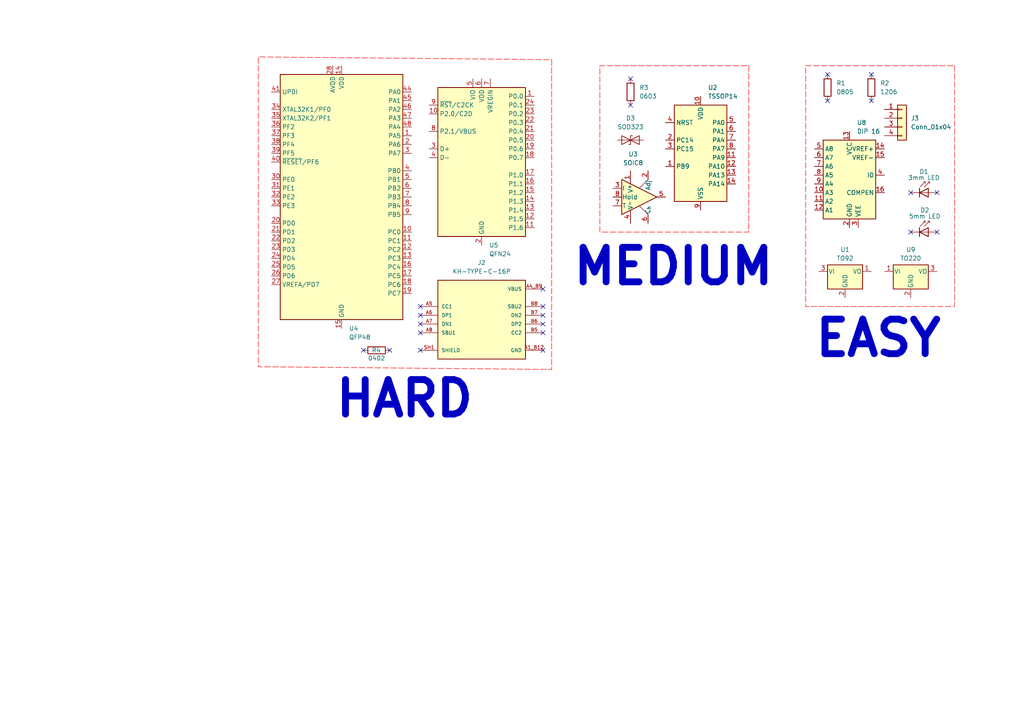
<source format=kicad_sch>
(kicad_sch
	(version 20250114)
	(generator "eeschema")
	(generator_version "9.0")
	(uuid "1bdd4409-98d5-42ac-980d-f8ac05a33a29")
	(paper "A4")
	(lib_symbols
		(symbol "Analog:LF398_SOIC8"
			(pin_names
				(offset 0.127)
			)
			(exclude_from_sim no)
			(in_bom yes)
			(on_board yes)
			(property "Reference" "U"
				(at 5.08 3.81 0)
				(effects
					(font
						(size 1.27 1.27)
					)
					(justify left)
				)
			)
			(property "Value" "LF398_SOIC8"
				(at 5.08 -2.54 0)
				(effects
					(font
						(size 1.27 1.27)
					)
					(justify left)
				)
			)
			(property "Footprint" "Package_SO:SOIC-8_3.9x4.9mm_P1.27mm"
				(at 0 0 0)
				(effects
					(font
						(size 1.27 1.27)
					)
					(hide yes)
				)
			)
			(property "Datasheet" "https://www.analog.com/media/en/technical-documentation/data-sheets/lt0398s8.pdf"
				(at 0 0 0)
				(effects
					(font
						(size 1.27 1.27)
					)
					(hide yes)
				)
			)
			(property "Description" "Sample And Hold Unity Gain Follower, SOIC-8"
				(at 0 0 0)
				(effects
					(font
						(size 1.27 1.27)
					)
					(hide yes)
				)
			)
			(property "ki_keywords" "sample hold buffer unity gain"
				(at 0 0 0)
				(effects
					(font
						(size 1.27 1.27)
					)
					(hide yes)
				)
			)
			(property "ki_fp_filters" "*SOIC*3.9x4.9mm*P1.27mm*"
				(at 0 0 0)
				(effects
					(font
						(size 1.27 1.27)
					)
					(hide yes)
				)
			)
			(symbol "LF398_SOIC8_0_1"
				(polyline
					(pts
						(xy -5.08 5.08) (xy 5.08 0) (xy -5.08 -5.08) (xy -5.08 5.08)
					)
					(stroke
						(width 0.254)
						(type default)
					)
					(fill
						(type background)
					)
				)
				(polyline
					(pts
						(xy 0 -2.54) (xy 2.54 -5.08)
					)
					(stroke
						(width 0)
						(type default)
					)
					(fill
						(type none)
					)
				)
				(polyline
					(pts
						(xy 2.54 5.08) (xy 0 2.54)
					)
					(stroke
						(width 0)
						(type default)
					)
					(fill
						(type none)
					)
				)
			)
			(symbol "LF398_SOIC8_1_1"
				(pin input line
					(at -7.62 2.54 0)
					(length 2.54)
					(name "I"
						(effects
							(font
								(size 1.27 1.27)
							)
						)
					)
					(number "3"
						(effects
							(font
								(size 1.27 1.27)
							)
						)
					)
				)
				(pin input line
					(at -7.62 0 0)
					(length 2.54)
					(name "Hold"
						(effects
							(font
								(size 1.27 1.27)
							)
						)
					)
					(number "8"
						(effects
							(font
								(size 1.27 1.27)
							)
						)
					)
				)
				(pin passive line
					(at -7.62 -2.54 0)
					(length 2.54)
					(name "T"
						(effects
							(font
								(size 1.27 1.27)
							)
						)
					)
					(number "7"
						(effects
							(font
								(size 1.27 1.27)
							)
						)
					)
				)
				(pin passive line
					(at -2.54 7.62 270)
					(length 3.81)
					(name "V^{+}"
						(effects
							(font
								(size 1.27 1.27)
							)
						)
					)
					(number "1"
						(effects
							(font
								(size 1.27 1.27)
							)
						)
					)
				)
				(pin passive line
					(at -2.54 -7.62 90)
					(length 3.81)
					(name "V^{-}"
						(effects
							(font
								(size 1.27 1.27)
							)
						)
					)
					(number "4"
						(effects
							(font
								(size 1.27 1.27)
							)
						)
					)
				)
				(pin passive line
					(at 2.54 7.62 270)
					(length 2.54)
					(name "Adj"
						(effects
							(font
								(size 1.27 1.27)
							)
						)
					)
					(number "2"
						(effects
							(font
								(size 1.27 1.27)
							)
						)
					)
				)
				(pin passive line
					(at 2.54 -7.62 90)
					(length 2.54)
					(name "C_{h}"
						(effects
							(font
								(size 1.27 1.27)
							)
						)
					)
					(number "6"
						(effects
							(font
								(size 1.27 1.27)
							)
						)
					)
				)
				(pin output line
					(at 7.62 0 180)
					(length 2.54)
					(name "~"
						(effects
							(font
								(size 1.27 1.27)
							)
						)
					)
					(number "5"
						(effects
							(font
								(size 1.27 1.27)
							)
						)
					)
				)
			)
			(embedded_fonts no)
		)
		(symbol "Analog_DAC:DAC0808_DIP"
			(exclude_from_sim no)
			(in_bom yes)
			(on_board yes)
			(property "Reference" "U"
				(at 2.54 16.51 0)
				(effects
					(font
						(size 1.27 1.27)
					)
					(justify left)
				)
			)
			(property "Value" "DAC0808_DIP"
				(at 2.54 13.97 0)
				(effects
					(font
						(size 1.27 1.27)
					)
					(justify left)
				)
			)
			(property "Footprint" "Package_DIP:DIP-16_W7.62mm"
				(at 0 0 0)
				(effects
					(font
						(size 1.27 1.27)
					)
					(hide yes)
				)
			)
			(property "Datasheet" "http://www.ti.com/lit/ds/symlink/dac0808.pdf"
				(at 0 0 0)
				(effects
					(font
						(size 1.27 1.27)
					)
					(hide yes)
				)
			)
			(property "Description" "8-bit multiplying DAC"
				(at 0 0 0)
				(effects
					(font
						(size 1.27 1.27)
					)
					(hide yes)
				)
			)
			(property "ki_keywords" "8 bit multiplying DAC"
				(at 0 0 0)
				(effects
					(font
						(size 1.27 1.27)
					)
					(hide yes)
				)
			)
			(property "ki_fp_filters" "DIP*W7.62mm*"
				(at 0 0 0)
				(effects
					(font
						(size 1.27 1.27)
					)
					(hide yes)
				)
			)
			(symbol "DAC0808_DIP_0_0"
				(rectangle
					(start -7.62 -10.16)
					(end 7.62 12.7)
					(stroke
						(width 0.254)
						(type default)
					)
					(fill
						(type background)
					)
				)
			)
			(symbol "DAC0808_DIP_1_1"
				(pin input line
					(at -10.16 10.16 0)
					(length 2.54)
					(name "A8"
						(effects
							(font
								(size 1.27 1.27)
							)
						)
					)
					(number "5"
						(effects
							(font
								(size 1.27 1.27)
							)
						)
					)
				)
				(pin input line
					(at -10.16 7.62 0)
					(length 2.54)
					(name "A7"
						(effects
							(font
								(size 1.27 1.27)
							)
						)
					)
					(number "6"
						(effects
							(font
								(size 1.27 1.27)
							)
						)
					)
				)
				(pin input line
					(at -10.16 5.08 0)
					(length 2.54)
					(name "A6"
						(effects
							(font
								(size 1.27 1.27)
							)
						)
					)
					(number "7"
						(effects
							(font
								(size 1.27 1.27)
							)
						)
					)
				)
				(pin input line
					(at -10.16 2.54 0)
					(length 2.54)
					(name "A5"
						(effects
							(font
								(size 1.27 1.27)
							)
						)
					)
					(number "8"
						(effects
							(font
								(size 1.27 1.27)
							)
						)
					)
				)
				(pin input line
					(at -10.16 0 0)
					(length 2.54)
					(name "A4"
						(effects
							(font
								(size 1.27 1.27)
							)
						)
					)
					(number "9"
						(effects
							(font
								(size 1.27 1.27)
							)
						)
					)
				)
				(pin input line
					(at -10.16 -2.54 0)
					(length 2.54)
					(name "A3"
						(effects
							(font
								(size 1.27 1.27)
							)
						)
					)
					(number "10"
						(effects
							(font
								(size 1.27 1.27)
							)
						)
					)
				)
				(pin input line
					(at -10.16 -5.08 0)
					(length 2.54)
					(name "A2"
						(effects
							(font
								(size 1.27 1.27)
							)
						)
					)
					(number "11"
						(effects
							(font
								(size 1.27 1.27)
							)
						)
					)
				)
				(pin input line
					(at -10.16 -7.62 0)
					(length 2.54)
					(name "A1"
						(effects
							(font
								(size 1.27 1.27)
							)
						)
					)
					(number "12"
						(effects
							(font
								(size 1.27 1.27)
							)
						)
					)
				)
				(pin power_in line
					(at 0 15.24 270)
					(length 2.54)
					(name "VCC"
						(effects
							(font
								(size 1.27 1.27)
							)
						)
					)
					(number "13"
						(effects
							(font
								(size 1.27 1.27)
							)
						)
					)
				)
				(pin power_in line
					(at 0 -12.7 90)
					(length 2.54)
					(name "GND"
						(effects
							(font
								(size 1.27 1.27)
							)
						)
					)
					(number "2"
						(effects
							(font
								(size 1.27 1.27)
							)
						)
					)
				)
				(pin power_in line
					(at 2.54 -12.7 90)
					(length 2.54)
					(name "VEE"
						(effects
							(font
								(size 1.27 1.27)
							)
						)
					)
					(number "3"
						(effects
							(font
								(size 1.27 1.27)
							)
						)
					)
				)
				(pin no_connect line
					(at 7.62 -5.08 180)
					(length 2.54)
					(hide yes)
					(name "NC"
						(effects
							(font
								(size 1.27 1.27)
							)
						)
					)
					(number "1"
						(effects
							(font
								(size 1.27 1.27)
							)
						)
					)
				)
				(pin output line
					(at 10.16 10.16 180)
					(length 2.54)
					(name "VREF+"
						(effects
							(font
								(size 1.27 1.27)
							)
						)
					)
					(number "14"
						(effects
							(font
								(size 1.27 1.27)
							)
						)
					)
				)
				(pin output line
					(at 10.16 7.62 180)
					(length 2.54)
					(name "VREF-"
						(effects
							(font
								(size 1.27 1.27)
							)
						)
					)
					(number "15"
						(effects
							(font
								(size 1.27 1.27)
							)
						)
					)
				)
				(pin input line
					(at 10.16 2.54 180)
					(length 2.54)
					(name "I0"
						(effects
							(font
								(size 1.27 1.27)
							)
						)
					)
					(number "4"
						(effects
							(font
								(size 1.27 1.27)
							)
						)
					)
				)
				(pin passive line
					(at 10.16 -2.54 180)
					(length 2.54)
					(name "COMPEN"
						(effects
							(font
								(size 1.27 1.27)
							)
						)
					)
					(number "16"
						(effects
							(font
								(size 1.27 1.27)
							)
						)
					)
				)
			)
			(embedded_fonts no)
		)
		(symbol "Connector_Generic:Conn_01x04"
			(pin_names
				(offset 1.016)
				(hide yes)
			)
			(exclude_from_sim no)
			(in_bom yes)
			(on_board yes)
			(property "Reference" "J"
				(at 0 5.08 0)
				(effects
					(font
						(size 1.27 1.27)
					)
				)
			)
			(property "Value" "Conn_01x04"
				(at 0 -7.62 0)
				(effects
					(font
						(size 1.27 1.27)
					)
				)
			)
			(property "Footprint" ""
				(at 0 0 0)
				(effects
					(font
						(size 1.27 1.27)
					)
					(hide yes)
				)
			)
			(property "Datasheet" "~"
				(at 0 0 0)
				(effects
					(font
						(size 1.27 1.27)
					)
					(hide yes)
				)
			)
			(property "Description" "Generic connector, single row, 01x04, script generated (kicad-library-utils/schlib/autogen/connector/)"
				(at 0 0 0)
				(effects
					(font
						(size 1.27 1.27)
					)
					(hide yes)
				)
			)
			(property "ki_keywords" "connector"
				(at 0 0 0)
				(effects
					(font
						(size 1.27 1.27)
					)
					(hide yes)
				)
			)
			(property "ki_fp_filters" "Connector*:*_1x??_*"
				(at 0 0 0)
				(effects
					(font
						(size 1.27 1.27)
					)
					(hide yes)
				)
			)
			(symbol "Conn_01x04_1_1"
				(rectangle
					(start -1.27 3.81)
					(end 1.27 -6.35)
					(stroke
						(width 0.254)
						(type default)
					)
					(fill
						(type background)
					)
				)
				(rectangle
					(start -1.27 2.667)
					(end 0 2.413)
					(stroke
						(width 0.1524)
						(type default)
					)
					(fill
						(type none)
					)
				)
				(rectangle
					(start -1.27 0.127)
					(end 0 -0.127)
					(stroke
						(width 0.1524)
						(type default)
					)
					(fill
						(type none)
					)
				)
				(rectangle
					(start -1.27 -2.413)
					(end 0 -2.667)
					(stroke
						(width 0.1524)
						(type default)
					)
					(fill
						(type none)
					)
				)
				(rectangle
					(start -1.27 -4.953)
					(end 0 -5.207)
					(stroke
						(width 0.1524)
						(type default)
					)
					(fill
						(type none)
					)
				)
				(pin passive line
					(at -5.08 2.54 0)
					(length 3.81)
					(name "Pin_1"
						(effects
							(font
								(size 1.27 1.27)
							)
						)
					)
					(number "1"
						(effects
							(font
								(size 1.27 1.27)
							)
						)
					)
				)
				(pin passive line
					(at -5.08 0 0)
					(length 3.81)
					(name "Pin_2"
						(effects
							(font
								(size 1.27 1.27)
							)
						)
					)
					(number "2"
						(effects
							(font
								(size 1.27 1.27)
							)
						)
					)
				)
				(pin passive line
					(at -5.08 -2.54 0)
					(length 3.81)
					(name "Pin_3"
						(effects
							(font
								(size 1.27 1.27)
							)
						)
					)
					(number "3"
						(effects
							(font
								(size 1.27 1.27)
							)
						)
					)
				)
				(pin passive line
					(at -5.08 -5.08 0)
					(length 3.81)
					(name "Pin_4"
						(effects
							(font
								(size 1.27 1.27)
							)
						)
					)
					(number "4"
						(effects
							(font
								(size 1.27 1.27)
							)
						)
					)
				)
			)
			(embedded_fonts no)
		)
		(symbol "Device:R"
			(pin_numbers
				(hide yes)
			)
			(pin_names
				(offset 0)
			)
			(exclude_from_sim no)
			(in_bom yes)
			(on_board yes)
			(property "Reference" "R"
				(at 2.032 0 90)
				(effects
					(font
						(size 1.27 1.27)
					)
				)
			)
			(property "Value" "R"
				(at 0 0 90)
				(effects
					(font
						(size 1.27 1.27)
					)
				)
			)
			(property "Footprint" ""
				(at -1.778 0 90)
				(effects
					(font
						(size 1.27 1.27)
					)
					(hide yes)
				)
			)
			(property "Datasheet" "~"
				(at 0 0 0)
				(effects
					(font
						(size 1.27 1.27)
					)
					(hide yes)
				)
			)
			(property "Description" "Resistor"
				(at 0 0 0)
				(effects
					(font
						(size 1.27 1.27)
					)
					(hide yes)
				)
			)
			(property "ki_keywords" "R res resistor"
				(at 0 0 0)
				(effects
					(font
						(size 1.27 1.27)
					)
					(hide yes)
				)
			)
			(property "ki_fp_filters" "R_*"
				(at 0 0 0)
				(effects
					(font
						(size 1.27 1.27)
					)
					(hide yes)
				)
			)
			(symbol "R_0_1"
				(rectangle
					(start -1.016 -2.54)
					(end 1.016 2.54)
					(stroke
						(width 0.254)
						(type default)
					)
					(fill
						(type none)
					)
				)
			)
			(symbol "R_1_1"
				(pin passive line
					(at 0 3.81 270)
					(length 1.27)
					(name "~"
						(effects
							(font
								(size 1.27 1.27)
							)
						)
					)
					(number "1"
						(effects
							(font
								(size 1.27 1.27)
							)
						)
					)
				)
				(pin passive line
					(at 0 -3.81 90)
					(length 1.27)
					(name "~"
						(effects
							(font
								(size 1.27 1.27)
							)
						)
					)
					(number "2"
						(effects
							(font
								(size 1.27 1.27)
							)
						)
					)
				)
			)
			(embedded_fonts no)
		)
		(symbol "Diode:SD05_SOD323"
			(pin_numbers
				(hide yes)
			)
			(pin_names
				(offset 1.016)
				(hide yes)
			)
			(exclude_from_sim no)
			(in_bom yes)
			(on_board yes)
			(property "Reference" "D"
				(at 0 2.54 0)
				(effects
					(font
						(size 1.27 1.27)
					)
				)
			)
			(property "Value" "SD05_SOD323"
				(at 0 -2.54 0)
				(effects
					(font
						(size 1.27 1.27)
					)
				)
			)
			(property "Footprint" "Diode_SMD:D_SOD-323"
				(at 0 -5.08 0)
				(effects
					(font
						(size 1.27 1.27)
					)
					(hide yes)
				)
			)
			(property "Datasheet" "https://www.littelfuse.com/~/media/electronics/datasheets/tvs_diode_arrays/littelfuse_tvs_diode_array_sd_c_datasheet.pdf.pdf"
				(at 0 0 0)
				(effects
					(font
						(size 1.27 1.27)
					)
					(hide yes)
				)
			)
			(property "Description" "5V, 450W Discrete Bidirectional TVS Diode, SOD-323"
				(at 0 0 0)
				(effects
					(font
						(size 1.27 1.27)
					)
					(hide yes)
				)
			)
			(property "ki_keywords" "transient voltage suppressor thyrector transil"
				(at 0 0 0)
				(effects
					(font
						(size 1.27 1.27)
					)
					(hide yes)
				)
			)
			(property "ki_fp_filters" "D?SOD?323*"
				(at 0 0 0)
				(effects
					(font
						(size 1.27 1.27)
					)
					(hide yes)
				)
			)
			(symbol "SD05_SOD323_0_1"
				(polyline
					(pts
						(xy -2.54 -1.27) (xy 0 0) (xy -2.54 1.27) (xy -2.54 -1.27)
					)
					(stroke
						(width 0.2032)
						(type default)
					)
					(fill
						(type none)
					)
				)
				(polyline
					(pts
						(xy 0.508 1.27) (xy 0 1.27) (xy 0 -1.27) (xy -0.508 -1.27)
					)
					(stroke
						(width 0.2032)
						(type default)
					)
					(fill
						(type none)
					)
				)
				(polyline
					(pts
						(xy 1.27 0) (xy -1.27 0)
					)
					(stroke
						(width 0)
						(type default)
					)
					(fill
						(type none)
					)
				)
				(polyline
					(pts
						(xy 2.54 1.27) (xy 2.54 -1.27) (xy 0 0) (xy 2.54 1.27)
					)
					(stroke
						(width 0.2032)
						(type default)
					)
					(fill
						(type none)
					)
				)
			)
			(symbol "SD05_SOD323_1_1"
				(pin passive line
					(at -3.81 0 0)
					(length 2.54)
					(name "A1"
						(effects
							(font
								(size 1.27 1.27)
							)
						)
					)
					(number "1"
						(effects
							(font
								(size 1.27 1.27)
							)
						)
					)
				)
				(pin passive line
					(at 3.81 0 180)
					(length 2.54)
					(name "A2"
						(effects
							(font
								(size 1.27 1.27)
							)
						)
					)
					(number "2"
						(effects
							(font
								(size 1.27 1.27)
							)
						)
					)
				)
			)
			(embedded_fonts no)
		)
		(symbol "LED:CQY99"
			(pin_numbers
				(hide yes)
			)
			(pin_names
				(offset 1.016)
				(hide yes)
			)
			(exclude_from_sim no)
			(in_bom yes)
			(on_board yes)
			(property "Reference" "D"
				(at 0.508 1.778 0)
				(effects
					(font
						(size 1.27 1.27)
					)
					(justify left)
				)
			)
			(property "Value" "CQY99"
				(at -1.016 -2.794 0)
				(effects
					(font
						(size 1.27 1.27)
					)
				)
			)
			(property "Footprint" "LED_THT:LED_D5.0mm_IRGrey"
				(at 0 4.445 0)
				(effects
					(font
						(size 1.27 1.27)
					)
					(hide yes)
				)
			)
			(property "Datasheet" "https://www.prtice.info/IMG/pdf/CQY99.pdf"
				(at -1.27 0 0)
				(effects
					(font
						(size 1.27 1.27)
					)
					(hide yes)
				)
			)
			(property "Description" "950nm IR-LED, 5mm"
				(at 0 0 0)
				(effects
					(font
						(size 1.27 1.27)
					)
					(hide yes)
				)
			)
			(property "ki_keywords" "IR LED"
				(at 0 0 0)
				(effects
					(font
						(size 1.27 1.27)
					)
					(hide yes)
				)
			)
			(property "ki_fp_filters" "LED*5.0mm*IRGrey*"
				(at 0 0 0)
				(effects
					(font
						(size 1.27 1.27)
					)
					(hide yes)
				)
			)
			(symbol "CQY99_0_1"
				(polyline
					(pts
						(xy -2.54 1.27) (xy -2.54 -1.27)
					)
					(stroke
						(width 0.254)
						(type default)
					)
					(fill
						(type none)
					)
				)
				(polyline
					(pts
						(xy -2.413 1.651) (xy -0.889 3.175) (xy -0.889 2.667) (xy -0.889 3.175) (xy -1.397 3.175)
					)
					(stroke
						(width 0)
						(type default)
					)
					(fill
						(type none)
					)
				)
				(polyline
					(pts
						(xy -1.143 1.651) (xy 0.381 3.175) (xy 0.381 2.667)
					)
					(stroke
						(width 0)
						(type default)
					)
					(fill
						(type none)
					)
				)
				(polyline
					(pts
						(xy 0 0) (xy -2.54 0)
					)
					(stroke
						(width 0)
						(type default)
					)
					(fill
						(type none)
					)
				)
				(polyline
					(pts
						(xy 0 -1.27) (xy -2.54 0) (xy 0 1.27) (xy 0 -1.27)
					)
					(stroke
						(width 0.254)
						(type default)
					)
					(fill
						(type none)
					)
				)
				(polyline
					(pts
						(xy 0.381 3.175) (xy -0.127 3.175)
					)
					(stroke
						(width 0)
						(type default)
					)
					(fill
						(type none)
					)
				)
			)
			(symbol "CQY99_1_1"
				(pin passive line
					(at -5.08 0 0)
					(length 2.54)
					(name "K"
						(effects
							(font
								(size 1.27 1.27)
							)
						)
					)
					(number "1"
						(effects
							(font
								(size 1.27 1.27)
							)
						)
					)
				)
				(pin passive line
					(at 2.54 0 180)
					(length 2.54)
					(name "A"
						(effects
							(font
								(size 1.27 1.27)
							)
						)
					)
					(number "2"
						(effects
							(font
								(size 1.27 1.27)
							)
						)
					)
				)
			)
			(embedded_fonts no)
		)
		(symbol "LED:IR204A"
			(pin_numbers
				(hide yes)
			)
			(pin_names
				(offset 1.016)
				(hide yes)
			)
			(exclude_from_sim no)
			(in_bom yes)
			(on_board yes)
			(property "Reference" "D"
				(at 0.508 1.778 0)
				(effects
					(font
						(size 1.27 1.27)
					)
					(justify left)
				)
			)
			(property "Value" "IR204A"
				(at -1.016 -2.794 0)
				(effects
					(font
						(size 1.27 1.27)
					)
				)
			)
			(property "Footprint" "LED_THT:LED_D3.0mm_IRBlack"
				(at 0 4.445 0)
				(effects
					(font
						(size 1.27 1.27)
					)
					(hide yes)
				)
			)
			(property "Datasheet" "http://www.everlight.com/file/ProductFile/IR204-A.pdf"
				(at -1.27 0 0)
				(effects
					(font
						(size 1.27 1.27)
					)
					(hide yes)
				)
			)
			(property "Description" "Infrared LED , 3mm LED package"
				(at 0 0 0)
				(effects
					(font
						(size 1.27 1.27)
					)
					(hide yes)
				)
			)
			(property "ki_keywords" "opto IR LED"
				(at 0 0 0)
				(effects
					(font
						(size 1.27 1.27)
					)
					(hide yes)
				)
			)
			(property "ki_fp_filters" "LED*3.0mm*IRBlack*"
				(at 0 0 0)
				(effects
					(font
						(size 1.27 1.27)
					)
					(hide yes)
				)
			)
			(symbol "IR204A_0_1"
				(polyline
					(pts
						(xy -2.54 1.27) (xy -2.54 -1.27)
					)
					(stroke
						(width 0.254)
						(type default)
					)
					(fill
						(type none)
					)
				)
				(polyline
					(pts
						(xy -2.413 1.651) (xy -0.889 3.175) (xy -0.889 2.667) (xy -0.889 3.175) (xy -1.397 3.175)
					)
					(stroke
						(width 0)
						(type default)
					)
					(fill
						(type none)
					)
				)
				(polyline
					(pts
						(xy -1.143 1.651) (xy 0.381 3.175) (xy 0.381 2.667)
					)
					(stroke
						(width 0)
						(type default)
					)
					(fill
						(type none)
					)
				)
				(polyline
					(pts
						(xy 0 1.27) (xy -2.54 0) (xy 0 -1.27) (xy 0 1.27)
					)
					(stroke
						(width 0.254)
						(type default)
					)
					(fill
						(type none)
					)
				)
				(polyline
					(pts
						(xy 0 0) (xy -2.54 0)
					)
					(stroke
						(width 0)
						(type default)
					)
					(fill
						(type none)
					)
				)
				(polyline
					(pts
						(xy 0.381 3.175) (xy -0.127 3.175)
					)
					(stroke
						(width 0)
						(type default)
					)
					(fill
						(type none)
					)
				)
			)
			(symbol "IR204A_1_1"
				(pin passive line
					(at -5.08 0 0)
					(length 2.54)
					(name "K"
						(effects
							(font
								(size 1.27 1.27)
							)
						)
					)
					(number "1"
						(effects
							(font
								(size 1.27 1.27)
							)
						)
					)
				)
				(pin passive line
					(at 2.54 0 180)
					(length 2.54)
					(name "A"
						(effects
							(font
								(size 1.27 1.27)
							)
						)
					)
					(number "2"
						(effects
							(font
								(size 1.27 1.27)
							)
						)
					)
				)
			)
			(embedded_fonts no)
		)
		(symbol "MCU_Microchip_AVR_Dx:AVR32DA48x-xPT"
			(exclude_from_sim no)
			(in_bom yes)
			(on_board yes)
			(property "Reference" "U"
				(at -17.78 36.83 0)
				(effects
					(font
						(size 1.27 1.27)
					)
					(justify left bottom)
				)
			)
			(property "Value" "AVR32DA48x-xPT"
				(at 5.08 -36.83 0)
				(effects
					(font
						(size 1.27 1.27)
					)
					(justify left top)
				)
			)
			(property "Footprint" "Package_QFP:TQFP-48_7x7mm_P0.5mm"
				(at 0 0 0)
				(effects
					(font
						(size 1.27 1.27)
						(italic yes)
					)
					(hide yes)
				)
			)
			(property "Datasheet" "https://ww1.microchip.com/downloads/en/DeviceDoc/AVR32DA28-32-48-Data-Sheet-40002228B.pdf"
				(at 0 0 0)
				(effects
					(font
						(size 1.27 1.27)
					)
					(hide yes)
				)
			)
			(property "Description" "24MHz, 32kB Flash, 4kB SRAM, EEPROM with Touch Sensing, TQFP-48"
				(at 0 0 0)
				(effects
					(font
						(size 1.27 1.27)
					)
					(hide yes)
				)
			)
			(property "ki_keywords" "AVR 8bit Microcontroller AVR-DA"
				(at 0 0 0)
				(effects
					(font
						(size 1.27 1.27)
					)
					(hide yes)
				)
			)
			(property "ki_fp_filters" "TQFP*7x7mm*P0.5mm*"
				(at 0 0 0)
				(effects
					(font
						(size 1.27 1.27)
					)
					(hide yes)
				)
			)
			(symbol "AVR32DA48x-xPT_0_1"
				(rectangle
					(start -17.78 35.56)
					(end 17.78 -35.56)
					(stroke
						(width 0.254)
						(type default)
					)
					(fill
						(type background)
					)
				)
			)
			(symbol "AVR32DA48x-xPT_1_1"
				(pin input line
					(at -20.32 30.48 0)
					(length 2.54)
					(name "UPDI"
						(effects
							(font
								(size 1.27 1.27)
							)
						)
					)
					(number "41"
						(effects
							(font
								(size 1.27 1.27)
							)
						)
					)
				)
				(pin bidirectional line
					(at -20.32 25.4 0)
					(length 2.54)
					(name "XTAL32K1/PF0"
						(effects
							(font
								(size 1.27 1.27)
							)
						)
					)
					(number "34"
						(effects
							(font
								(size 1.27 1.27)
							)
						)
					)
				)
				(pin bidirectional line
					(at -20.32 22.86 0)
					(length 2.54)
					(name "XTAL32K2/PF1"
						(effects
							(font
								(size 1.27 1.27)
							)
						)
					)
					(number "35"
						(effects
							(font
								(size 1.27 1.27)
							)
						)
					)
				)
				(pin bidirectional line
					(at -20.32 20.32 0)
					(length 2.54)
					(name "PF2"
						(effects
							(font
								(size 1.27 1.27)
							)
						)
					)
					(number "36"
						(effects
							(font
								(size 1.27 1.27)
							)
						)
					)
				)
				(pin bidirectional line
					(at -20.32 17.78 0)
					(length 2.54)
					(name "PF3"
						(effects
							(font
								(size 1.27 1.27)
							)
						)
					)
					(number "37"
						(effects
							(font
								(size 1.27 1.27)
							)
						)
					)
				)
				(pin bidirectional line
					(at -20.32 15.24 0)
					(length 2.54)
					(name "PF4"
						(effects
							(font
								(size 1.27 1.27)
							)
						)
					)
					(number "38"
						(effects
							(font
								(size 1.27 1.27)
							)
						)
					)
				)
				(pin bidirectional line
					(at -20.32 12.7 0)
					(length 2.54)
					(name "PF5"
						(effects
							(font
								(size 1.27 1.27)
							)
						)
					)
					(number "39"
						(effects
							(font
								(size 1.27 1.27)
							)
						)
					)
				)
				(pin bidirectional line
					(at -20.32 10.16 0)
					(length 2.54)
					(name "~{RESET}/PF6"
						(effects
							(font
								(size 1.27 1.27)
							)
						)
					)
					(number "40"
						(effects
							(font
								(size 1.27 1.27)
							)
						)
					)
				)
				(pin bidirectional line
					(at -20.32 5.08 0)
					(length 2.54)
					(name "PE0"
						(effects
							(font
								(size 1.27 1.27)
							)
						)
					)
					(number "30"
						(effects
							(font
								(size 1.27 1.27)
							)
						)
					)
				)
				(pin bidirectional line
					(at -20.32 2.54 0)
					(length 2.54)
					(name "PE1"
						(effects
							(font
								(size 1.27 1.27)
							)
						)
					)
					(number "31"
						(effects
							(font
								(size 1.27 1.27)
							)
						)
					)
				)
				(pin bidirectional line
					(at -20.32 0 0)
					(length 2.54)
					(name "PE2"
						(effects
							(font
								(size 1.27 1.27)
							)
						)
					)
					(number "32"
						(effects
							(font
								(size 1.27 1.27)
							)
						)
					)
				)
				(pin bidirectional line
					(at -20.32 -2.54 0)
					(length 2.54)
					(name "PE3"
						(effects
							(font
								(size 1.27 1.27)
							)
						)
					)
					(number "33"
						(effects
							(font
								(size 1.27 1.27)
							)
						)
					)
				)
				(pin bidirectional line
					(at -20.32 -7.62 0)
					(length 2.54)
					(name "PD0"
						(effects
							(font
								(size 1.27 1.27)
							)
						)
					)
					(number "20"
						(effects
							(font
								(size 1.27 1.27)
							)
						)
					)
				)
				(pin bidirectional line
					(at -20.32 -10.16 0)
					(length 2.54)
					(name "PD1"
						(effects
							(font
								(size 1.27 1.27)
							)
						)
					)
					(number "21"
						(effects
							(font
								(size 1.27 1.27)
							)
						)
					)
				)
				(pin bidirectional line
					(at -20.32 -12.7 0)
					(length 2.54)
					(name "PD2"
						(effects
							(font
								(size 1.27 1.27)
							)
						)
					)
					(number "22"
						(effects
							(font
								(size 1.27 1.27)
							)
						)
					)
				)
				(pin bidirectional line
					(at -20.32 -15.24 0)
					(length 2.54)
					(name "PD3"
						(effects
							(font
								(size 1.27 1.27)
							)
						)
					)
					(number "23"
						(effects
							(font
								(size 1.27 1.27)
							)
						)
					)
				)
				(pin bidirectional line
					(at -20.32 -17.78 0)
					(length 2.54)
					(name "PD4"
						(effects
							(font
								(size 1.27 1.27)
							)
						)
					)
					(number "24"
						(effects
							(font
								(size 1.27 1.27)
							)
						)
					)
				)
				(pin bidirectional line
					(at -20.32 -20.32 0)
					(length 2.54)
					(name "PD5"
						(effects
							(font
								(size 1.27 1.27)
							)
						)
					)
					(number "25"
						(effects
							(font
								(size 1.27 1.27)
							)
						)
					)
				)
				(pin bidirectional line
					(at -20.32 -22.86 0)
					(length 2.54)
					(name "PD6"
						(effects
							(font
								(size 1.27 1.27)
							)
						)
					)
					(number "26"
						(effects
							(font
								(size 1.27 1.27)
							)
						)
					)
				)
				(pin bidirectional line
					(at -20.32 -25.4 0)
					(length 2.54)
					(name "VREFA/PD7"
						(effects
							(font
								(size 1.27 1.27)
							)
						)
					)
					(number "27"
						(effects
							(font
								(size 1.27 1.27)
							)
						)
					)
				)
				(pin power_in line
					(at -2.54 38.1 270)
					(length 2.54)
					(name "AVDD"
						(effects
							(font
								(size 1.27 1.27)
							)
						)
					)
					(number "28"
						(effects
							(font
								(size 1.27 1.27)
							)
						)
					)
				)
				(pin power_in line
					(at 0 38.1 270)
					(length 2.54)
					(name "VDD"
						(effects
							(font
								(size 1.27 1.27)
							)
						)
					)
					(number "14"
						(effects
							(font
								(size 1.27 1.27)
							)
						)
					)
				)
				(pin passive line
					(at 0 38.1 270)
					(length 2.54)
					(hide yes)
					(name "VDD"
						(effects
							(font
								(size 1.27 1.27)
							)
						)
					)
					(number "42"
						(effects
							(font
								(size 1.27 1.27)
							)
						)
					)
				)
				(pin power_in line
					(at 0 -38.1 90)
					(length 2.54)
					(name "GND"
						(effects
							(font
								(size 1.27 1.27)
							)
						)
					)
					(number "15"
						(effects
							(font
								(size 1.27 1.27)
							)
						)
					)
				)
				(pin passive line
					(at 0 -38.1 90)
					(length 2.54)
					(hide yes)
					(name "GND"
						(effects
							(font
								(size 1.27 1.27)
							)
						)
					)
					(number "29"
						(effects
							(font
								(size 1.27 1.27)
							)
						)
					)
				)
				(pin passive line
					(at 0 -38.1 90)
					(length 2.54)
					(hide yes)
					(name "GND"
						(effects
							(font
								(size 1.27 1.27)
							)
						)
					)
					(number "43"
						(effects
							(font
								(size 1.27 1.27)
							)
						)
					)
				)
				(pin bidirectional line
					(at 20.32 30.48 180)
					(length 2.54)
					(name "PA0"
						(effects
							(font
								(size 1.27 1.27)
							)
						)
					)
					(number "44"
						(effects
							(font
								(size 1.27 1.27)
							)
						)
					)
				)
				(pin bidirectional line
					(at 20.32 27.94 180)
					(length 2.54)
					(name "PA1"
						(effects
							(font
								(size 1.27 1.27)
							)
						)
					)
					(number "45"
						(effects
							(font
								(size 1.27 1.27)
							)
						)
					)
				)
				(pin bidirectional line
					(at 20.32 25.4 180)
					(length 2.54)
					(name "PA2"
						(effects
							(font
								(size 1.27 1.27)
							)
						)
					)
					(number "46"
						(effects
							(font
								(size 1.27 1.27)
							)
						)
					)
				)
				(pin bidirectional line
					(at 20.32 22.86 180)
					(length 2.54)
					(name "PA3"
						(effects
							(font
								(size 1.27 1.27)
							)
						)
					)
					(number "47"
						(effects
							(font
								(size 1.27 1.27)
							)
						)
					)
				)
				(pin bidirectional line
					(at 20.32 20.32 180)
					(length 2.54)
					(name "PA4"
						(effects
							(font
								(size 1.27 1.27)
							)
						)
					)
					(number "48"
						(effects
							(font
								(size 1.27 1.27)
							)
						)
					)
				)
				(pin bidirectional line
					(at 20.32 17.78 180)
					(length 2.54)
					(name "PA5"
						(effects
							(font
								(size 1.27 1.27)
							)
						)
					)
					(number "1"
						(effects
							(font
								(size 1.27 1.27)
							)
						)
					)
				)
				(pin bidirectional line
					(at 20.32 15.24 180)
					(length 2.54)
					(name "PA6"
						(effects
							(font
								(size 1.27 1.27)
							)
						)
					)
					(number "2"
						(effects
							(font
								(size 1.27 1.27)
							)
						)
					)
				)
				(pin bidirectional line
					(at 20.32 12.7 180)
					(length 2.54)
					(name "PA7"
						(effects
							(font
								(size 1.27 1.27)
							)
						)
					)
					(number "3"
						(effects
							(font
								(size 1.27 1.27)
							)
						)
					)
				)
				(pin bidirectional line
					(at 20.32 7.62 180)
					(length 2.54)
					(name "PB0"
						(effects
							(font
								(size 1.27 1.27)
							)
						)
					)
					(number "4"
						(effects
							(font
								(size 1.27 1.27)
							)
						)
					)
				)
				(pin bidirectional line
					(at 20.32 5.08 180)
					(length 2.54)
					(name "PB1"
						(effects
							(font
								(size 1.27 1.27)
							)
						)
					)
					(number "5"
						(effects
							(font
								(size 1.27 1.27)
							)
						)
					)
				)
				(pin bidirectional line
					(at 20.32 2.54 180)
					(length 2.54)
					(name "PB2"
						(effects
							(font
								(size 1.27 1.27)
							)
						)
					)
					(number "6"
						(effects
							(font
								(size 1.27 1.27)
							)
						)
					)
				)
				(pin bidirectional line
					(at 20.32 0 180)
					(length 2.54)
					(name "PB3"
						(effects
							(font
								(size 1.27 1.27)
							)
						)
					)
					(number "7"
						(effects
							(font
								(size 1.27 1.27)
							)
						)
					)
				)
				(pin bidirectional line
					(at 20.32 -2.54 180)
					(length 2.54)
					(name "PB4"
						(effects
							(font
								(size 1.27 1.27)
							)
						)
					)
					(number "8"
						(effects
							(font
								(size 1.27 1.27)
							)
						)
					)
				)
				(pin bidirectional line
					(at 20.32 -5.08 180)
					(length 2.54)
					(name "PB5"
						(effects
							(font
								(size 1.27 1.27)
							)
						)
					)
					(number "9"
						(effects
							(font
								(size 1.27 1.27)
							)
						)
					)
				)
				(pin bidirectional line
					(at 20.32 -10.16 180)
					(length 2.54)
					(name "PC0"
						(effects
							(font
								(size 1.27 1.27)
							)
						)
					)
					(number "10"
						(effects
							(font
								(size 1.27 1.27)
							)
						)
					)
				)
				(pin bidirectional line
					(at 20.32 -12.7 180)
					(length 2.54)
					(name "PC1"
						(effects
							(font
								(size 1.27 1.27)
							)
						)
					)
					(number "11"
						(effects
							(font
								(size 1.27 1.27)
							)
						)
					)
				)
				(pin bidirectional line
					(at 20.32 -15.24 180)
					(length 2.54)
					(name "PC2"
						(effects
							(font
								(size 1.27 1.27)
							)
						)
					)
					(number "12"
						(effects
							(font
								(size 1.27 1.27)
							)
						)
					)
				)
				(pin bidirectional line
					(at 20.32 -17.78 180)
					(length 2.54)
					(name "PC3"
						(effects
							(font
								(size 1.27 1.27)
							)
						)
					)
					(number "13"
						(effects
							(font
								(size 1.27 1.27)
							)
						)
					)
				)
				(pin bidirectional line
					(at 20.32 -20.32 180)
					(length 2.54)
					(name "PC4"
						(effects
							(font
								(size 1.27 1.27)
							)
						)
					)
					(number "16"
						(effects
							(font
								(size 1.27 1.27)
							)
						)
					)
				)
				(pin bidirectional line
					(at 20.32 -22.86 180)
					(length 2.54)
					(name "PC5"
						(effects
							(font
								(size 1.27 1.27)
							)
						)
					)
					(number "17"
						(effects
							(font
								(size 1.27 1.27)
							)
						)
					)
				)
				(pin bidirectional line
					(at 20.32 -25.4 180)
					(length 2.54)
					(name "PC6"
						(effects
							(font
								(size 1.27 1.27)
							)
						)
					)
					(number "18"
						(effects
							(font
								(size 1.27 1.27)
							)
						)
					)
				)
				(pin bidirectional line
					(at 20.32 -27.94 180)
					(length 2.54)
					(name "PC7"
						(effects
							(font
								(size 1.27 1.27)
							)
						)
					)
					(number "19"
						(effects
							(font
								(size 1.27 1.27)
							)
						)
					)
				)
			)
			(embedded_fonts no)
		)
		(symbol "MCU_ST_STM32L0:STM32L011D3Px"
			(exclude_from_sim no)
			(in_bom yes)
			(on_board yes)
			(property "Reference" "U"
				(at -7.62 16.51 0)
				(effects
					(font
						(size 1.27 1.27)
					)
					(justify left)
				)
			)
			(property "Value" "STM32L011D3Px"
				(at 2.54 16.51 0)
				(effects
					(font
						(size 1.27 1.27)
					)
					(justify left)
				)
			)
			(property "Footprint" "Package_SO:TSSOP-14_4.4x5mm_P0.65mm"
				(at -7.62 -12.7 0)
				(effects
					(font
						(size 1.27 1.27)
					)
					(justify right)
					(hide yes)
				)
			)
			(property "Datasheet" "https://www.st.com/resource/en/datasheet/stm32l011d3.pdf"
				(at 0 0 0)
				(effects
					(font
						(size 1.27 1.27)
					)
					(hide yes)
				)
			)
			(property "Description" "STMicroelectronics Arm Cortex-M0+ MCU, 8KB flash, 2KB RAM, 32 MHz, 1.65-3.6V, 11 GPIO, TSSOP14"
				(at 0 0 0)
				(effects
					(font
						(size 1.27 1.27)
					)
					(hide yes)
				)
			)
			(property "ki_keywords" "Arm Cortex-M0+ STM32L0 STM32L0x1"
				(at 0 0 0)
				(effects
					(font
						(size 1.27 1.27)
					)
					(hide yes)
				)
			)
			(property "ki_fp_filters" "TSSOP*4.4x5mm*P0.65mm*"
				(at 0 0 0)
				(effects
					(font
						(size 1.27 1.27)
					)
					(hide yes)
				)
			)
			(symbol "STM32L011D3Px_0_1"
				(rectangle
					(start -7.62 -12.7)
					(end 7.62 15.24)
					(stroke
						(width 0.254)
						(type default)
					)
					(fill
						(type background)
					)
				)
			)
			(symbol "STM32L011D3Px_1_1"
				(pin input line
					(at -10.16 10.16 0)
					(length 2.54)
					(name "NRST"
						(effects
							(font
								(size 1.27 1.27)
							)
						)
					)
					(number "4"
						(effects
							(font
								(size 1.27 1.27)
							)
						)
					)
				)
				(pin bidirectional line
					(at -10.16 5.08 0)
					(length 2.54)
					(name "PC14"
						(effects
							(font
								(size 1.27 1.27)
							)
						)
					)
					(number "2"
						(effects
							(font
								(size 1.27 1.27)
							)
						)
					)
					(alternate "RCC_OSC32_IN" bidirectional line)
				)
				(pin bidirectional line
					(at -10.16 2.54 0)
					(length 2.54)
					(name "PC15"
						(effects
							(font
								(size 1.27 1.27)
							)
						)
					)
					(number "3"
						(effects
							(font
								(size 1.27 1.27)
							)
						)
					)
					(alternate "RCC_OSC32_OUT" bidirectional line)
				)
				(pin bidirectional line
					(at -10.16 -2.54 0)
					(length 2.54)
					(name "PB9"
						(effects
							(font
								(size 1.27 1.27)
							)
						)
					)
					(number "1"
						(effects
							(font
								(size 1.27 1.27)
							)
						)
					)
				)
				(pin power_in line
					(at 0 17.78 270)
					(length 2.54)
					(name "VDD"
						(effects
							(font
								(size 1.27 1.27)
							)
						)
					)
					(number "10"
						(effects
							(font
								(size 1.27 1.27)
							)
						)
					)
				)
				(pin power_in line
					(at 0 -15.24 90)
					(length 2.54)
					(name "VSS"
						(effects
							(font
								(size 1.27 1.27)
							)
						)
					)
					(number "9"
						(effects
							(font
								(size 1.27 1.27)
							)
						)
					)
				)
				(pin bidirectional line
					(at 10.16 10.16 180)
					(length 2.54)
					(name "PA0"
						(effects
							(font
								(size 1.27 1.27)
							)
						)
					)
					(number "5"
						(effects
							(font
								(size 1.27 1.27)
							)
						)
					)
					(alternate "ADC_IN0" bidirectional line)
					(alternate "COMP1_INM" bidirectional line)
					(alternate "COMP1_OUT" bidirectional line)
					(alternate "LPTIM1_IN1" bidirectional line)
					(alternate "LPUART1_RX" bidirectional line)
					(alternate "RCC_CK_IN" bidirectional line)
					(alternate "RTC_TAMP2" bidirectional line)
					(alternate "SYS_WKUP1" bidirectional line)
					(alternate "TIM2_CH1" bidirectional line)
					(alternate "TIM2_ETR" bidirectional line)
					(alternate "USART2_CTS" bidirectional line)
					(alternate "USART2_RX" bidirectional line)
				)
				(pin bidirectional line
					(at 10.16 7.62 180)
					(length 2.54)
					(name "PA1"
						(effects
							(font
								(size 1.27 1.27)
							)
						)
					)
					(number "6"
						(effects
							(font
								(size 1.27 1.27)
							)
						)
					)
					(alternate "ADC_IN1" bidirectional line)
					(alternate "COMP1_INP" bidirectional line)
					(alternate "I2C1_SMBA" bidirectional line)
					(alternate "LPTIM1_IN2" bidirectional line)
					(alternate "LPUART1_TX" bidirectional line)
					(alternate "TIM21_ETR" bidirectional line)
					(alternate "TIM2_CH2" bidirectional line)
					(alternate "USART2_DE" bidirectional line)
					(alternate "USART2_RTS" bidirectional line)
				)
				(pin bidirectional line
					(at 10.16 5.08 180)
					(length 2.54)
					(name "PA4"
						(effects
							(font
								(size 1.27 1.27)
							)
						)
					)
					(number "7"
						(effects
							(font
								(size 1.27 1.27)
							)
						)
					)
					(alternate "ADC_IN4" bidirectional line)
					(alternate "COMP1_INM" bidirectional line)
					(alternate "COMP2_INM" bidirectional line)
					(alternate "COMP2_OUT" bidirectional line)
					(alternate "I2C1_SCL" bidirectional line)
					(alternate "LPTIM1_ETR" bidirectional line)
					(alternate "LPTIM1_IN1" bidirectional line)
					(alternate "LPUART1_TX" bidirectional line)
					(alternate "SPI1_NSS" bidirectional line)
					(alternate "TIM2_ETR" bidirectional line)
					(alternate "USART2_CK" bidirectional line)
				)
				(pin bidirectional line
					(at 10.16 2.54 180)
					(length 2.54)
					(name "PA7"
						(effects
							(font
								(size 1.27 1.27)
							)
						)
					)
					(number "8"
						(effects
							(font
								(size 1.27 1.27)
							)
						)
					)
					(alternate "ADC_IN7" bidirectional line)
					(alternate "COMP2_INP" bidirectional line)
					(alternate "COMP2_OUT" bidirectional line)
					(alternate "LPTIM1_OUT" bidirectional line)
					(alternate "SPI1_MOSI" bidirectional line)
					(alternate "TIM21_ETR" bidirectional line)
					(alternate "USART2_CTS" bidirectional line)
				)
				(pin bidirectional line
					(at 10.16 0 180)
					(length 2.54)
					(name "PA9"
						(effects
							(font
								(size 1.27 1.27)
							)
						)
					)
					(number "11"
						(effects
							(font
								(size 1.27 1.27)
							)
						)
					)
					(alternate "COMP1_OUT" bidirectional line)
					(alternate "I2C1_SCL" bidirectional line)
					(alternate "LPTIM1_OUT" bidirectional line)
					(alternate "RCC_MCO" bidirectional line)
					(alternate "TIM21_CH2" bidirectional line)
					(alternate "USART2_TX" bidirectional line)
				)
				(pin bidirectional line
					(at 10.16 -2.54 180)
					(length 2.54)
					(name "PA10"
						(effects
							(font
								(size 1.27 1.27)
							)
						)
					)
					(number "12"
						(effects
							(font
								(size 1.27 1.27)
							)
						)
					)
					(alternate "COMP1_OUT" bidirectional line)
					(alternate "I2C1_SDA" bidirectional line)
					(alternate "RTC_REFIN" bidirectional line)
					(alternate "TIM21_CH1" bidirectional line)
					(alternate "TIM2_CH3" bidirectional line)
					(alternate "USART2_RX" bidirectional line)
				)
				(pin bidirectional line
					(at 10.16 -5.08 180)
					(length 2.54)
					(name "PA13"
						(effects
							(font
								(size 1.27 1.27)
							)
						)
					)
					(number "13"
						(effects
							(font
								(size 1.27 1.27)
							)
						)
					)
					(alternate "COMP1_OUT" bidirectional line)
					(alternate "I2C1_SDA" bidirectional line)
					(alternate "LPTIM1_ETR" bidirectional line)
					(alternate "LPUART1_RX" bidirectional line)
					(alternate "SPI1_SCK" bidirectional line)
					(alternate "SYS_SWDIO" bidirectional line)
				)
				(pin bidirectional line
					(at 10.16 -7.62 180)
					(length 2.54)
					(name "PA14"
						(effects
							(font
								(size 1.27 1.27)
							)
						)
					)
					(number "14"
						(effects
							(font
								(size 1.27 1.27)
							)
						)
					)
					(alternate "COMP2_OUT" bidirectional line)
					(alternate "I2C1_SMBA" bidirectional line)
					(alternate "LPTIM1_OUT" bidirectional line)
					(alternate "LPUART1_TX" bidirectional line)
					(alternate "SPI1_MISO" bidirectional line)
					(alternate "SYS_SWCLK" bidirectional line)
					(alternate "USART2_TX" bidirectional line)
				)
			)
			(embedded_fonts no)
		)
		(symbol "MCU_SiliconLabs:EFM8UB31F40G-A-QFN24"
			(exclude_from_sim no)
			(in_bom yes)
			(on_board yes)
			(property "Reference" "U"
				(at -12.7 24.13 0)
				(effects
					(font
						(size 1.27 1.27)
					)
				)
			)
			(property "Value" "EFM8UB31F40G-A-QFN24"
				(at 3.81 24.13 0)
				(effects
					(font
						(size 1.27 1.27)
					)
					(justify left)
				)
			)
			(property "Footprint" "Package_DFN_QFN:QFN-24-1EP_4x4mm_P0.5mm_EP2.6x2.6mm"
				(at 0 -35.56 0)
				(effects
					(font
						(size 1.27 1.27)
					)
					(hide yes)
				)
			)
			(property "Datasheet" "https://www.silabs.com/documents/public/data-sheets/efm8ub3-datasheet.pdf"
				(at -15.24 2.54 0)
				(effects
					(font
						(size 1.27 1.27)
					)
					(hide yes)
				)
			)
			(property "Description" "8051-compatible microcontroller, 48 MHz, 2.3 to 5.5V, 40K flash, 3.25K RAM, -40 to +85 C, QFN-24"
				(at 0 0 0)
				(effects
					(font
						(size 1.27 1.27)
					)
					(hide yes)
				)
			)
			(property "ki_keywords" "8051 microcontroller PWM UART SPI I2C USB LDOREG ADC QFN24"
				(at 0 0 0)
				(effects
					(font
						(size 1.27 1.27)
					)
					(hide yes)
				)
			)
			(property "ki_fp_filters" "QFN*1EP*4x4mm*P0.5mm*"
				(at 0 0 0)
				(effects
					(font
						(size 1.27 1.27)
					)
					(hide yes)
				)
			)
			(symbol "EFM8UB31F40G-A-QFN24_0_1"
				(rectangle
					(start -12.7 22.86)
					(end 12.7 -20.32)
					(stroke
						(width 0.254)
						(type default)
					)
					(fill
						(type background)
					)
				)
			)
			(symbol "EFM8UB31F40G-A-QFN24_1_1"
				(pin bidirectional line
					(at -15.24 17.78 0)
					(length 2.54)
					(name "~{RST}/C2CK"
						(effects
							(font
								(size 1.27 1.27)
							)
						)
					)
					(number "9"
						(effects
							(font
								(size 1.27 1.27)
							)
						)
					)
				)
				(pin bidirectional line
					(at -15.24 15.24 0)
					(length 2.54)
					(name "P2.0/C2D"
						(effects
							(font
								(size 1.27 1.27)
							)
						)
					)
					(number "10"
						(effects
							(font
								(size 1.27 1.27)
							)
						)
					)
				)
				(pin bidirectional line
					(at -15.24 10.16 0)
					(length 2.54)
					(name "P2.1/VBUS"
						(effects
							(font
								(size 1.27 1.27)
							)
						)
					)
					(number "8"
						(effects
							(font
								(size 1.27 1.27)
							)
						)
					)
				)
				(pin bidirectional line
					(at -15.24 5.08 0)
					(length 2.54)
					(name "D+"
						(effects
							(font
								(size 1.27 1.27)
							)
						)
					)
					(number "3"
						(effects
							(font
								(size 1.27 1.27)
							)
						)
					)
				)
				(pin bidirectional line
					(at -15.24 2.54 0)
					(length 2.54)
					(name "D-"
						(effects
							(font
								(size 1.27 1.27)
							)
						)
					)
					(number "4"
						(effects
							(font
								(size 1.27 1.27)
							)
						)
					)
				)
				(pin power_in line
					(at -2.54 25.4 270)
					(length 2.54)
					(name "VIO"
						(effects
							(font
								(size 1.27 1.27)
							)
						)
					)
					(number "5"
						(effects
							(font
								(size 1.27 1.27)
							)
						)
					)
				)
				(pin power_in line
					(at 0 25.4 270)
					(length 2.54)
					(name "VDD"
						(effects
							(font
								(size 1.27 1.27)
							)
						)
					)
					(number "6"
						(effects
							(font
								(size 1.27 1.27)
							)
						)
					)
				)
				(pin power_in line
					(at 0 -22.86 90)
					(length 2.54)
					(name "GND"
						(effects
							(font
								(size 1.27 1.27)
							)
						)
					)
					(number "2"
						(effects
							(font
								(size 1.27 1.27)
							)
						)
					)
				)
				(pin passive line
					(at 0 -22.86 90)
					(length 2.54)
					(hide yes)
					(name "GND"
						(effects
							(font
								(size 1.27 1.27)
							)
						)
					)
					(number "25"
						(effects
							(font
								(size 1.27 1.27)
							)
						)
					)
				)
				(pin power_in line
					(at 2.54 25.4 270)
					(length 2.54)
					(name "VREGIN"
						(effects
							(font
								(size 1.27 1.27)
							)
						)
					)
					(number "7"
						(effects
							(font
								(size 1.27 1.27)
							)
						)
					)
				)
				(pin bidirectional line
					(at 15.24 20.32 180)
					(length 2.54)
					(name "P0.0"
						(effects
							(font
								(size 1.27 1.27)
							)
						)
					)
					(number "1"
						(effects
							(font
								(size 1.27 1.27)
							)
						)
					)
				)
				(pin bidirectional line
					(at 15.24 17.78 180)
					(length 2.54)
					(name "P0.1"
						(effects
							(font
								(size 1.27 1.27)
							)
						)
					)
					(number "24"
						(effects
							(font
								(size 1.27 1.27)
							)
						)
					)
				)
				(pin bidirectional line
					(at 15.24 15.24 180)
					(length 2.54)
					(name "P0.2"
						(effects
							(font
								(size 1.27 1.27)
							)
						)
					)
					(number "23"
						(effects
							(font
								(size 1.27 1.27)
							)
						)
					)
				)
				(pin bidirectional line
					(at 15.24 12.7 180)
					(length 2.54)
					(name "P0.3"
						(effects
							(font
								(size 1.27 1.27)
							)
						)
					)
					(number "22"
						(effects
							(font
								(size 1.27 1.27)
							)
						)
					)
				)
				(pin bidirectional line
					(at 15.24 10.16 180)
					(length 2.54)
					(name "P0.4"
						(effects
							(font
								(size 1.27 1.27)
							)
						)
					)
					(number "21"
						(effects
							(font
								(size 1.27 1.27)
							)
						)
					)
				)
				(pin bidirectional line
					(at 15.24 7.62 180)
					(length 2.54)
					(name "P0.5"
						(effects
							(font
								(size 1.27 1.27)
							)
						)
					)
					(number "20"
						(effects
							(font
								(size 1.27 1.27)
							)
						)
					)
				)
				(pin bidirectional line
					(at 15.24 5.08 180)
					(length 2.54)
					(name "P0.6"
						(effects
							(font
								(size 1.27 1.27)
							)
						)
					)
					(number "19"
						(effects
							(font
								(size 1.27 1.27)
							)
						)
					)
				)
				(pin bidirectional line
					(at 15.24 2.54 180)
					(length 2.54)
					(name "P0.7"
						(effects
							(font
								(size 1.27 1.27)
							)
						)
					)
					(number "18"
						(effects
							(font
								(size 1.27 1.27)
							)
						)
					)
				)
				(pin bidirectional line
					(at 15.24 -2.54 180)
					(length 2.54)
					(name "P1.0"
						(effects
							(font
								(size 1.27 1.27)
							)
						)
					)
					(number "17"
						(effects
							(font
								(size 1.27 1.27)
							)
						)
					)
				)
				(pin bidirectional line
					(at 15.24 -5.08 180)
					(length 2.54)
					(name "P1.1"
						(effects
							(font
								(size 1.27 1.27)
							)
						)
					)
					(number "16"
						(effects
							(font
								(size 1.27 1.27)
							)
						)
					)
				)
				(pin bidirectional line
					(at 15.24 -7.62 180)
					(length 2.54)
					(name "P1.2"
						(effects
							(font
								(size 1.27 1.27)
							)
						)
					)
					(number "15"
						(effects
							(font
								(size 1.27 1.27)
							)
						)
					)
				)
				(pin bidirectional line
					(at 15.24 -10.16 180)
					(length 2.54)
					(name "P1.3"
						(effects
							(font
								(size 1.27 1.27)
							)
						)
					)
					(number "14"
						(effects
							(font
								(size 1.27 1.27)
							)
						)
					)
				)
				(pin bidirectional line
					(at 15.24 -12.7 180)
					(length 2.54)
					(name "P1.4"
						(effects
							(font
								(size 1.27 1.27)
							)
						)
					)
					(number "13"
						(effects
							(font
								(size 1.27 1.27)
							)
						)
					)
				)
				(pin bidirectional line
					(at 15.24 -15.24 180)
					(length 2.54)
					(name "P1.5"
						(effects
							(font
								(size 1.27 1.27)
							)
						)
					)
					(number "12"
						(effects
							(font
								(size 1.27 1.27)
							)
						)
					)
				)
				(pin bidirectional line
					(at 15.24 -17.78 180)
					(length 2.54)
					(name "P1.6"
						(effects
							(font
								(size 1.27 1.27)
							)
						)
					)
					(number "11"
						(effects
							(font
								(size 1.27 1.27)
							)
						)
					)
				)
			)
			(embedded_fonts no)
		)
		(symbol "Regulator_Linear:L78L05_TO92"
			(pin_names
				(offset 0.254)
			)
			(exclude_from_sim no)
			(in_bom yes)
			(on_board yes)
			(property "Reference" "U"
				(at -3.81 3.175 0)
				(effects
					(font
						(size 1.27 1.27)
					)
				)
			)
			(property "Value" "L78L05_TO92"
				(at 0 3.175 0)
				(effects
					(font
						(size 1.27 1.27)
					)
					(justify left)
				)
			)
			(property "Footprint" "Package_TO_SOT_THT:TO-92_Inline"
				(at 0 5.715 0)
				(effects
					(font
						(size 1.27 1.27)
						(italic yes)
					)
					(hide yes)
				)
			)
			(property "Datasheet" "http://www.st.com/content/ccc/resource/technical/document/datasheet/15/55/e5/aa/23/5b/43/fd/CD00000446.pdf/files/CD00000446.pdf/jcr:content/translations/en.CD00000446.pdf"
				(at 0 -1.27 0)
				(effects
					(font
						(size 1.27 1.27)
					)
					(hide yes)
				)
			)
			(property "Description" "Positive 100mA 30V Linear Regulator, Fixed Output 5V, TO-92"
				(at 0 0 0)
				(effects
					(font
						(size 1.27 1.27)
					)
					(hide yes)
				)
			)
			(property "ki_keywords" "Voltage Regulator 100mA Positive"
				(at 0 0 0)
				(effects
					(font
						(size 1.27 1.27)
					)
					(hide yes)
				)
			)
			(property "ki_fp_filters" "TO?92*"
				(at 0 0 0)
				(effects
					(font
						(size 1.27 1.27)
					)
					(hide yes)
				)
			)
			(symbol "L78L05_TO92_0_1"
				(rectangle
					(start -5.08 -5.08)
					(end 5.08 1.905)
					(stroke
						(width 0.254)
						(type default)
					)
					(fill
						(type background)
					)
				)
			)
			(symbol "L78L05_TO92_1_1"
				(pin power_in line
					(at -7.62 0 0)
					(length 2.54)
					(name "VI"
						(effects
							(font
								(size 1.27 1.27)
							)
						)
					)
					(number "3"
						(effects
							(font
								(size 1.27 1.27)
							)
						)
					)
				)
				(pin power_in line
					(at 0 -7.62 90)
					(length 2.54)
					(name "GND"
						(effects
							(font
								(size 1.27 1.27)
							)
						)
					)
					(number "2"
						(effects
							(font
								(size 1.27 1.27)
							)
						)
					)
				)
				(pin power_out line
					(at 7.62 0 180)
					(length 2.54)
					(name "VO"
						(effects
							(font
								(size 1.27 1.27)
							)
						)
					)
					(number "1"
						(effects
							(font
								(size 1.27 1.27)
							)
						)
					)
				)
			)
			(embedded_fonts no)
		)
		(symbol "Regulator_Linear:LF15_TO220"
			(pin_names
				(offset 0.254)
			)
			(exclude_from_sim no)
			(in_bom yes)
			(on_board yes)
			(property "Reference" "U"
				(at -3.81 3.175 0)
				(effects
					(font
						(size 1.27 1.27)
					)
				)
			)
			(property "Value" "LF15_TO220"
				(at 0 3.175 0)
				(effects
					(font
						(size 1.27 1.27)
					)
					(justify left)
				)
			)
			(property "Footprint" "Package_TO_SOT_THT:TO-220-3_Vertical"
				(at 0 5.715 0)
				(effects
					(font
						(size 1.27 1.27)
						(italic yes)
					)
					(hide yes)
				)
			)
			(property "Datasheet" "http://www.st.com/content/ccc/resource/technical/document/datasheet/c4/0e/7e/2a/be/bc/4c/bd/CD00000546.pdf/files/CD00000546.pdf/jcr:content/translations/en.CD00000546.pdf"
				(at 0 -1.27 0)
				(effects
					(font
						(size 1.27 1.27)
					)
					(hide yes)
				)
			)
			(property "Description" "Low-drop Voltage Regulator, Io up to 500mA, Fixed Vo 1.5V, TO-220"
				(at 0 0 0)
				(effects
					(font
						(size 1.27 1.27)
					)
					(hide yes)
				)
			)
			(property "ki_keywords" "LDO regulator voltage"
				(at 0 0 0)
				(effects
					(font
						(size 1.27 1.27)
					)
					(hide yes)
				)
			)
			(property "ki_fp_filters" "TO?220*"
				(at 0 0 0)
				(effects
					(font
						(size 1.27 1.27)
					)
					(hide yes)
				)
			)
			(symbol "LF15_TO220_0_1"
				(rectangle
					(start -5.08 1.905)
					(end 5.08 -5.08)
					(stroke
						(width 0.254)
						(type default)
					)
					(fill
						(type background)
					)
				)
			)
			(symbol "LF15_TO220_1_1"
				(pin power_in line
					(at -7.62 0 0)
					(length 2.54)
					(name "VI"
						(effects
							(font
								(size 1.27 1.27)
							)
						)
					)
					(number "1"
						(effects
							(font
								(size 1.27 1.27)
							)
						)
					)
				)
				(pin power_in line
					(at 0 -7.62 90)
					(length 2.54)
					(name "GND"
						(effects
							(font
								(size 1.27 1.27)
							)
						)
					)
					(number "2"
						(effects
							(font
								(size 1.27 1.27)
							)
						)
					)
				)
				(pin power_out line
					(at 7.62 0 180)
					(length 2.54)
					(name "VO"
						(effects
							(font
								(size 1.27 1.27)
							)
						)
					)
					(number "3"
						(effects
							(font
								(size 1.27 1.27)
							)
						)
					)
				)
			)
			(embedded_fonts no)
		)
		(symbol "Type C:KH-TYPE-C-16P"
			(pin_names
				(offset 1.016)
			)
			(exclude_from_sim no)
			(in_bom yes)
			(on_board yes)
			(property "Reference" "J"
				(at -12.7 10.922 0)
				(effects
					(font
						(size 1.27 1.27)
					)
					(justify left bottom)
				)
			)
			(property "Value" "KH-TYPE-C-16P"
				(at -12.7 -15.24 0)
				(effects
					(font
						(size 1.27 1.27)
					)
					(justify left bottom)
				)
			)
			(property "Footprint" "KH-TYPE-C-16P:KINGHELM_KH-TYPE-C-16P"
				(at 0 0 0)
				(effects
					(font
						(size 1.27 1.27)
					)
					(justify bottom)
					(hide yes)
				)
			)
			(property "Datasheet" ""
				(at 0 0 0)
				(effects
					(font
						(size 1.27 1.27)
					)
					(hide yes)
				)
			)
			(property "Description" ""
				(at 0 0 0)
				(effects
					(font
						(size 1.27 1.27)
					)
					(hide yes)
				)
			)
			(property "MF" "kinghelm"
				(at 0 0 0)
				(effects
					(font
						(size 1.27 1.27)
					)
					(justify bottom)
					(hide yes)
				)
			)
			(property "MAXIMUM_PACKAGE_HEIGHT" "3.41mm"
				(at 0 0 0)
				(effects
					(font
						(size 1.27 1.27)
					)
					(justify bottom)
					(hide yes)
				)
			)
			(property "Package" "None"
				(at 0 0 0)
				(effects
					(font
						(size 1.27 1.27)
					)
					(justify bottom)
					(hide yes)
				)
			)
			(property "Price" "None"
				(at 0 0 0)
				(effects
					(font
						(size 1.27 1.27)
					)
					(justify bottom)
					(hide yes)
				)
			)
			(property "Check_prices" "https://www.snapeda.com/parts/KH-TYPE-C-16P/Kinghelm/view-part/?ref=eda"
				(at 0 0 0)
				(effects
					(font
						(size 1.27 1.27)
					)
					(justify bottom)
					(hide yes)
				)
			)
			(property "STANDARD" "Manufacturer Recommendations"
				(at 0 0 0)
				(effects
					(font
						(size 1.27 1.27)
					)
					(justify bottom)
					(hide yes)
				)
			)
			(property "PARTREV" "A0"
				(at 0 0 0)
				(effects
					(font
						(size 1.27 1.27)
					)
					(justify bottom)
					(hide yes)
				)
			)
			(property "SnapEDA_Link" "https://www.snapeda.com/parts/KH-TYPE-C-16P/Kinghelm/view-part/?ref=snap"
				(at 0 0 0)
				(effects
					(font
						(size 1.27 1.27)
					)
					(justify bottom)
					(hide yes)
				)
			)
			(property "MP" "KH-TYPE-C-16P"
				(at 0 0 0)
				(effects
					(font
						(size 1.27 1.27)
					)
					(justify bottom)
					(hide yes)
				)
			)
			(property "Description_1" ""
				(at 0 0 0)
				(effects
					(font
						(size 1.27 1.27)
					)
					(justify bottom)
					(hide yes)
				)
			)
			(property "SNAPEDA_PN" "KH-TYPE-C-16P"
				(at 0 0 0)
				(effects
					(font
						(size 1.27 1.27)
					)
					(justify bottom)
					(hide yes)
				)
			)
			(property "Availability" "Not in stock"
				(at 0 0 0)
				(effects
					(font
						(size 1.27 1.27)
					)
					(justify bottom)
					(hide yes)
				)
			)
			(property "MANUFACTURER" "Kinghelm"
				(at 0 0 0)
				(effects
					(font
						(size 1.27 1.27)
					)
					(justify bottom)
					(hide yes)
				)
			)
			(symbol "KH-TYPE-C-16P_0_0"
				(rectangle
					(start -12.7 -12.7)
					(end 12.7 10.16)
					(stroke
						(width 0.254)
						(type default)
					)
					(fill
						(type background)
					)
				)
				(pin bidirectional line
					(at -17.78 2.54 0)
					(length 5.08)
					(name "CC1"
						(effects
							(font
								(size 1.016 1.016)
							)
						)
					)
					(number "A5"
						(effects
							(font
								(size 1.016 1.016)
							)
						)
					)
				)
				(pin bidirectional line
					(at -17.78 0 0)
					(length 5.08)
					(name "DP1"
						(effects
							(font
								(size 1.016 1.016)
							)
						)
					)
					(number "A6"
						(effects
							(font
								(size 1.016 1.016)
							)
						)
					)
				)
				(pin bidirectional line
					(at -17.78 -2.54 0)
					(length 5.08)
					(name "DN1"
						(effects
							(font
								(size 1.016 1.016)
							)
						)
					)
					(number "A7"
						(effects
							(font
								(size 1.016 1.016)
							)
						)
					)
				)
				(pin bidirectional line
					(at -17.78 -5.08 0)
					(length 5.08)
					(name "SBU1"
						(effects
							(font
								(size 1.016 1.016)
							)
						)
					)
					(number "A8"
						(effects
							(font
								(size 1.016 1.016)
							)
						)
					)
				)
				(pin passive line
					(at -17.78 -10.16 0)
					(length 5.08)
					(name "SHIELD"
						(effects
							(font
								(size 1.016 1.016)
							)
						)
					)
					(number "SH1"
						(effects
							(font
								(size 1.016 1.016)
							)
						)
					)
				)
				(pin passive line
					(at -17.78 -10.16 0)
					(length 5.08)
					(hide yes)
					(name "SHIELD"
						(effects
							(font
								(size 1.016 1.016)
							)
						)
					)
					(number "SH2"
						(effects
							(font
								(size 1.016 1.016)
							)
						)
					)
				)
				(pin passive line
					(at -17.78 -10.16 0)
					(length 5.08)
					(hide yes)
					(name "SHIELD"
						(effects
							(font
								(size 1.016 1.016)
							)
						)
					)
					(number "SH3"
						(effects
							(font
								(size 1.016 1.016)
							)
						)
					)
				)
				(pin passive line
					(at -17.78 -10.16 0)
					(length 5.08)
					(hide yes)
					(name "SHIELD"
						(effects
							(font
								(size 1.016 1.016)
							)
						)
					)
					(number "SH4"
						(effects
							(font
								(size 1.016 1.016)
							)
						)
					)
				)
				(pin power_in line
					(at 17.78 7.62 180)
					(length 5.08)
					(name "VBUS"
						(effects
							(font
								(size 1.016 1.016)
							)
						)
					)
					(number "A4_B9"
						(effects
							(font
								(size 1.016 1.016)
							)
						)
					)
				)
				(pin power_in line
					(at 17.78 7.62 180)
					(length 5.08)
					(hide yes)
					(name "VBUS"
						(effects
							(font
								(size 1.016 1.016)
							)
						)
					)
					(number "A9_B4"
						(effects
							(font
								(size 1.016 1.016)
							)
						)
					)
				)
				(pin bidirectional line
					(at 17.78 2.54 180)
					(length 5.08)
					(name "SBU2"
						(effects
							(font
								(size 1.016 1.016)
							)
						)
					)
					(number "B8"
						(effects
							(font
								(size 1.016 1.016)
							)
						)
					)
				)
				(pin bidirectional line
					(at 17.78 0 180)
					(length 5.08)
					(name "DN2"
						(effects
							(font
								(size 1.016 1.016)
							)
						)
					)
					(number "B7"
						(effects
							(font
								(size 1.016 1.016)
							)
						)
					)
				)
				(pin bidirectional line
					(at 17.78 -2.54 180)
					(length 5.08)
					(name "DP2"
						(effects
							(font
								(size 1.016 1.016)
							)
						)
					)
					(number "B6"
						(effects
							(font
								(size 1.016 1.016)
							)
						)
					)
				)
				(pin bidirectional line
					(at 17.78 -5.08 180)
					(length 5.08)
					(name "CC2"
						(effects
							(font
								(size 1.016 1.016)
							)
						)
					)
					(number "B5"
						(effects
							(font
								(size 1.016 1.016)
							)
						)
					)
				)
				(pin power_in line
					(at 17.78 -10.16 180)
					(length 5.08)
					(hide yes)
					(name "GND"
						(effects
							(font
								(size 1.016 1.016)
							)
						)
					)
					(number "A12_B1"
						(effects
							(font
								(size 1.016 1.016)
							)
						)
					)
				)
				(pin power_in line
					(at 17.78 -10.16 180)
					(length 5.08)
					(name "GND"
						(effects
							(font
								(size 1.016 1.016)
							)
						)
					)
					(number "A1_B12"
						(effects
							(font
								(size 1.016 1.016)
							)
						)
					)
				)
			)
			(embedded_fonts no)
		)
	)
	(text "EASY"
		(exclude_from_sim no)
		(at 254.762 98.298 0)
		(effects
			(font
				(size 10 10)
				(thickness 2)
				(bold yes)
			)
		)
		(uuid "1e292884-43a7-4c2b-a36b-8a58b2e5e42c")
	)
	(text "HARD"
		(exclude_from_sim no)
		(at 117.348 115.824 0)
		(effects
			(font
				(size 10 10)
				(thickness 2)
				(bold yes)
			)
		)
		(uuid "38c486d5-824f-4707-93d9-b8038ac03e0f")
	)
	(text "MEDIUM"
		(exclude_from_sim no)
		(at 195.326 77.47 0)
		(effects
			(font
				(size 10 10)
				(thickness 2)
				(bold yes)
			)
		)
		(uuid "d7931873-e32d-4f02-b041-17054c01d421")
	)
	(no_connect
		(at 121.92 91.44)
		(uuid "05f5bf79-794b-4462-86ba-57156ae6edc7")
	)
	(no_connect
		(at 182.88 22.86)
		(uuid "14924b16-f812-4c8c-b45b-997105e2304d")
	)
	(no_connect
		(at 271.78 67.31)
		(uuid "2472dfd4-6a3b-44b8-9ddb-2b796b98cce0")
	)
	(no_connect
		(at 240.03 29.21)
		(uuid "2ca6b026-6967-48a1-a313-a3c3d17ee6bf")
	)
	(no_connect
		(at 264.16 55.88)
		(uuid "479d6de9-765a-464f-89f1-78d6ba0ede85")
	)
	(no_connect
		(at 157.48 96.52)
		(uuid "5bb648f6-c45f-4952-8a81-4f95e49a05d1")
	)
	(no_connect
		(at 121.92 101.6)
		(uuid "70b9bc47-8e56-48e0-af49-1e5f7b123bba")
	)
	(no_connect
		(at 252.73 21.59)
		(uuid "778d6390-7adb-4533-9541-81d2047021d6")
	)
	(no_connect
		(at 121.92 96.52)
		(uuid "7b1ce7ab-da94-413c-8e12-d8aa1edfe65a")
	)
	(no_connect
		(at 264.16 67.31)
		(uuid "800032c4-ac6e-40a4-83f0-57a2c9427bee")
	)
	(no_connect
		(at 121.92 88.9)
		(uuid "873ad1f9-c942-45be-a272-87f27f8e9c9f")
	)
	(no_connect
		(at 157.48 101.6)
		(uuid "92632159-545b-43aa-9f5c-ca5727555b31")
	)
	(no_connect
		(at 121.92 93.98)
		(uuid "9778e5d1-676c-4bdd-b264-ed3459cfffd9")
	)
	(no_connect
		(at 157.48 93.98)
		(uuid "9b59ec92-6a1e-4cc1-b7b7-872f69b21df2")
	)
	(no_connect
		(at 252.73 29.21)
		(uuid "bcebe307-2133-4c34-bfb7-06dfa334d784")
	)
	(no_connect
		(at 157.48 83.82)
		(uuid "c938892a-3878-43bb-8da0-b544ae5a59d9")
	)
	(no_connect
		(at 105.41 101.6)
		(uuid "cad197fa-1636-46b2-9649-5a78a043365e")
	)
	(no_connect
		(at 113.03 101.6)
		(uuid "dad940b4-676b-4c8f-9859-082e2b47b6f8")
	)
	(no_connect
		(at 157.48 88.9)
		(uuid "e6fc7e25-339f-48e2-bd32-0e284fdc3273")
	)
	(no_connect
		(at 240.03 21.59)
		(uuid "f5f411d5-cdc3-4fb2-ace8-617a5aee4641")
	)
	(no_connect
		(at 271.78 55.88)
		(uuid "fa6d1f87-c8a3-4424-86e3-4cd96cd42cfa")
	)
	(no_connect
		(at 157.48 91.44)
		(uuid "ff91c540-c74a-4354-bcc2-14d3108482eb")
	)
	(no_connect
		(at 182.88 30.48)
		(uuid "fffd7b2e-c9f4-47d2-be22-19ac6f2af3bf")
	)
	(rule_area
		(polyline
			(pts
				(xy 160.02 17.3038) (xy 160.02 107.1562) (xy 74.93 106.3624) (xy 74.93 16.51)
			)
			(stroke
				(width 0)
				(type dash)
			)
			(fill
				(type none)
			)
			(uuid 48eac212-8380-4650-99a2-f2eff8e109df)
		)
	)
	(rule_area
		(polyline
			(pts
				(xy 276.86 19.05) (xy 276.86 88.9) (xy 233.68 88.9) (xy 233.68 19.05)
			)
			(stroke
				(width 0)
				(type dash)
			)
			(fill
				(type none)
			)
			(uuid cb5a55ce-e7ba-4e7c-8608-2b4fffa77b26)
		)
	)
	(rule_area
		(polyline
			(pts
				(xy 217.17 19.05) (xy 217.17 67.31) (xy 173.99 67.31) (xy 173.99 19.05)
			)
			(stroke
				(width 0)
				(type dash)
			)
			(fill
				(type none)
			)
			(uuid e0dd9bc2-3838-4905-a9d8-a67edf1330b4)
		)
	)
	(symbol
		(lib_id "Diode:SD05_SOD323")
		(at 182.88 40.64 0)
		(unit 1)
		(exclude_from_sim no)
		(in_bom yes)
		(on_board yes)
		(dnp no)
		(fields_autoplaced yes)
		(uuid "0af3dd25-e15e-4d57-a4d7-bdc6619f181b")
		(property "Reference" "D3"
			(at 182.88 34.29 0)
			(effects
				(font
					(size 1.27 1.27)
				)
			)
		)
		(property "Value" "SOD323"
			(at 182.88 36.83 0)
			(effects
				(font
					(size 1.27 1.27)
				)
			)
		)
		(property "Footprint" "Diode_SMD:D_SOD-323"
			(at 182.88 45.72 0)
			(effects
				(font
					(size 1.27 1.27)
				)
				(hide yes)
			)
		)
		(property "Datasheet" ""
			(at 182.88 40.64 0)
			(effects
				(font
					(size 1.27 1.27)
				)
				(hide yes)
			)
		)
		(property "Description" "SOD323"
			(at 182.88 40.64 0)
			(effects
				(font
					(size 1.27 1.27)
				)
				(hide yes)
			)
		)
		(pin "1"
			(uuid "2b24edc7-2a7c-4394-b913-ae87475dab1f")
		)
		(pin "2"
			(uuid "7848fe03-def1-4afa-bebd-0134e62d495a")
		)
		(instances
			(project ""
				(path "/1bdd4409-98d5-42ac-980d-f8ac05a33a29"
					(reference "D3")
					(unit 1)
				)
			)
		)
	)
	(symbol
		(lib_id "LED:IR204A")
		(at 269.24 55.88 0)
		(unit 1)
		(exclude_from_sim no)
		(in_bom yes)
		(on_board yes)
		(dnp no)
		(uuid "126721a2-2e5c-4f1b-9085-b02aaadce83b")
		(property "Reference" "D1"
			(at 267.97 49.784 0)
			(effects
				(font
					(size 1.27 1.27)
				)
			)
		)
		(property "Value" "3mm LED"
			(at 267.97 51.562 0)
			(effects
				(font
					(size 1.27 1.27)
				)
			)
		)
		(property "Footprint" "LED_THT:LED_D3.0mm"
			(at 269.24 51.435 0)
			(effects
				(font
					(size 1.27 1.27)
				)
				(hide yes)
			)
		)
		(property "Datasheet" ""
			(at 267.97 55.88 0)
			(effects
				(font
					(size 1.27 1.27)
				)
				(hide yes)
			)
		)
		(property "Description" "Infrared LED , 3mm LED package"
			(at 269.24 55.88 0)
			(effects
				(font
					(size 1.27 1.27)
				)
				(hide yes)
			)
		)
		(pin "1"
			(uuid "93940018-2fbd-4227-975a-ab0e905ad5a8")
		)
		(pin "2"
			(uuid "e763b045-6d71-4a27-8f76-8be6ea0a8b70")
		)
		(instances
			(project ""
				(path "/1bdd4409-98d5-42ac-980d-f8ac05a33a29"
					(reference "D1")
					(unit 1)
				)
			)
		)
	)
	(symbol
		(lib_id "Analog:LF398_SOIC8")
		(at 185.42 57.15 0)
		(unit 1)
		(exclude_from_sim no)
		(in_bom yes)
		(on_board yes)
		(dnp no)
		(uuid "56d12d24-023b-436d-90b7-6a154f3f90de")
		(property "Reference" "U3"
			(at 183.642 44.704 0)
			(effects
				(font
					(size 1.27 1.27)
				)
			)
		)
		(property "Value" "SOIC8"
			(at 183.642 47.244 0)
			(effects
				(font
					(size 1.27 1.27)
				)
			)
		)
		(property "Footprint" "Package_SO:SOIC-8_3.9x4.9mm_P1.27mm"
			(at 185.42 57.15 0)
			(effects
				(font
					(size 1.27 1.27)
				)
				(hide yes)
			)
		)
		(property "Datasheet" "https://www.analog.com/media/en/technical-documentation/data-sheets/lt0398s8.pdf"
			(at 185.42 57.15 0)
			(effects
				(font
					(size 1.27 1.27)
				)
				(hide yes)
			)
		)
		(property "Description" "Sample And Hold Unity Gain Follower, SOIC-8"
			(at 185.42 57.15 0)
			(effects
				(font
					(size 1.27 1.27)
				)
				(hide yes)
			)
		)
		(pin "4"
			(uuid "6a3eef63-59c8-4d4b-b35a-d1cf0812e249")
		)
		(pin "2"
			(uuid "2cc3ffd8-e4fd-43d1-8687-3b4cf4f5ae44")
		)
		(pin "5"
			(uuid "d69a7cc8-0d41-4414-91ab-c84b9a3ae1c2")
		)
		(pin "6"
			(uuid "142a5a62-9393-462a-a720-75e65163f276")
		)
		(pin "3"
			(uuid "5b438bee-1e1e-4065-ae62-8bdd10e5395f")
		)
		(pin "7"
			(uuid "33f23203-76c1-47af-9cd1-3677ff521aca")
		)
		(pin "1"
			(uuid "869412de-7a36-4d84-b973-a40a383cadbd")
		)
		(pin "8"
			(uuid "da9989e2-325d-4865-830c-c94a8a69c05b")
		)
		(instances
			(project ""
				(path "/1bdd4409-98d5-42ac-980d-f8ac05a33a29"
					(reference "U3")
					(unit 1)
				)
			)
		)
	)
	(symbol
		(lib_id "MCU_Microchip_AVR_Dx:AVR32DA48x-xPT")
		(at 99.06 57.15 0)
		(unit 1)
		(exclude_from_sim no)
		(in_bom yes)
		(on_board yes)
		(dnp no)
		(fields_autoplaced yes)
		(uuid "7191dbb9-dbef-4a84-8914-2e9d1ebe3ad9")
		(property "Reference" "U4"
			(at 101.2033 95.25 0)
			(effects
				(font
					(size 1.27 1.27)
				)
				(justify left)
			)
		)
		(property "Value" "QFP48"
			(at 101.2033 97.79 0)
			(effects
				(font
					(size 1.27 1.27)
				)
				(justify left)
			)
		)
		(property "Footprint" "Package_QFP:TQFP-48_7x7mm_P0.5mm"
			(at 99.06 57.15 0)
			(effects
				(font
					(size 1.27 1.27)
					(italic yes)
				)
				(hide yes)
			)
		)
		(property "Datasheet" "https://ww1.microchip.com/downloads/en/DeviceDoc/AVR32DA28-32-48-Data-Sheet-40002228B.pdf"
			(at 99.06 57.15 0)
			(effects
				(font
					(size 1.27 1.27)
				)
				(hide yes)
			)
		)
		(property "Description" "24MHz, 32kB Flash, 4kB SRAM, EEPROM with Touch Sensing, TQFP-48"
			(at 99.06 57.15 0)
			(effects
				(font
					(size 1.27 1.27)
				)
				(hide yes)
			)
		)
		(pin "31"
			(uuid "2e196700-b5af-4f9f-9b89-3573d73b5ccb")
		)
		(pin "27"
			(uuid "43c071cd-2958-4c67-bc79-d171fca92482")
		)
		(pin "14"
			(uuid "be3def32-a193-4cf1-abd7-078995ec9372")
		)
		(pin "41"
			(uuid "d668bb0a-7dbd-4bb3-acf2-8d2fa57a2a2b")
		)
		(pin "40"
			(uuid "3fd0ccef-2154-4a64-a6e6-fb3c6bb88a2c")
		)
		(pin "32"
			(uuid "c6b7efc1-09ca-437a-8cb2-3bf7d9f135eb")
		)
		(pin "35"
			(uuid "689730e5-365e-41f9-a980-bce991d51651")
		)
		(pin "39"
			(uuid "17dd03f3-e428-4176-9b4d-df398d5aa99e")
		)
		(pin "20"
			(uuid "cae0d098-89e4-465b-8cde-135e8eca925d")
		)
		(pin "23"
			(uuid "cc45f19a-46e8-4e40-87e5-b424dbf75c70")
		)
		(pin "24"
			(uuid "2680d5b9-d5f2-4fdb-9164-6668b0dbe335")
		)
		(pin "25"
			(uuid "db522c04-8741-47dc-9365-4253a6b66732")
		)
		(pin "36"
			(uuid "0f7da355-04ac-4347-af4e-93566c0768b5")
		)
		(pin "37"
			(uuid "613a8020-da7d-4191-9e55-a353c3b99120")
		)
		(pin "38"
			(uuid "01368896-1fba-4173-b803-3b45f6236889")
		)
		(pin "34"
			(uuid "f9d336bd-fe4b-4d4a-8c46-0927da5aae8b")
		)
		(pin "30"
			(uuid "d7bbd451-95db-44bf-a79a-469f97611a68")
		)
		(pin "33"
			(uuid "568bbc95-ca24-4b3e-a964-3c2883e9ce0b")
		)
		(pin "22"
			(uuid "ebbada9b-0c2f-47f7-8968-3dc5cecd7fb7")
		)
		(pin "26"
			(uuid "92531189-1706-4e42-a9f9-0d280c904e59")
		)
		(pin "28"
			(uuid "ac1e653d-fb1b-43b7-918e-3fd52d877ed0")
		)
		(pin "21"
			(uuid "d672bccd-2dd8-4a30-b9a3-ccd52f8f884e")
		)
		(pin "29"
			(uuid "19afa54d-430f-4fb6-b842-cd5c8ced2719")
		)
		(pin "44"
			(uuid "ab6cde54-18c0-4ee9-adfd-a3d4a8c52b6f")
		)
		(pin "42"
			(uuid "a0bc9efa-8652-491c-8b01-b14cc7a851b2")
		)
		(pin "15"
			(uuid "5ffeee35-b7a6-448a-b31a-05867060afe5")
		)
		(pin "43"
			(uuid "a1eeac3d-7c84-4172-98c4-0c654c23413a")
		)
		(pin "1"
			(uuid "49061976-3601-4c1c-9d78-a0243c73c0f5")
		)
		(pin "13"
			(uuid "d5a3398c-4f6d-4b4b-9a94-7af31bf46e16")
		)
		(pin "9"
			(uuid "97ecf97a-e29a-4e60-9299-d8ddf50638d1")
		)
		(pin "47"
			(uuid "7a2573c9-321e-47bf-be56-7a17e4db7bcb")
		)
		(pin "4"
			(uuid "abcc9333-72c0-48c8-916d-6e26b51c80ae")
		)
		(pin "48"
			(uuid "b4906d15-8c3c-45e3-b3c2-6faf6dc17b3a")
		)
		(pin "3"
			(uuid "51118274-816c-43fe-8dba-cbf9b38bea47")
		)
		(pin "7"
			(uuid "b14e6e24-de41-46d8-86fa-fadb12943277")
		)
		(pin "6"
			(uuid "258db833-7bdc-4f9f-a878-f6084d4b922e")
		)
		(pin "46"
			(uuid "38d2f664-4393-4c73-881a-b81c194b5eff")
		)
		(pin "8"
			(uuid "6a7e96cf-a1e4-44ac-a17c-30120d2e4752")
		)
		(pin "5"
			(uuid "3fe868cf-4636-4199-a692-5a3fdb237106")
		)
		(pin "10"
			(uuid "ea1263ae-2be8-4e9d-bef7-d87ad37ad82f")
		)
		(pin "45"
			(uuid "3cb9b325-ae45-4519-a1db-a8e1c13f2f8e")
		)
		(pin "11"
			(uuid "3a47f54c-dbaf-4cc6-a637-276ba70b7bfb")
		)
		(pin "12"
			(uuid "12625f53-cd70-476a-82af-156666334870")
		)
		(pin "2"
			(uuid "253f9a78-237f-41d1-b18b-c1ddc71d5f5b")
		)
		(pin "17"
			(uuid "3750eed8-b358-4336-975e-c6a3de9f0361")
		)
		(pin "16"
			(uuid "8b714c2a-41db-4863-a954-a441973f381b")
		)
		(pin "18"
			(uuid "3d1c78ca-ffd0-46e5-b3d6-91bc3f472c12")
		)
		(pin "19"
			(uuid "aeb2418f-0ef5-4f3b-a0f3-96243df59db0")
		)
		(instances
			(project ""
				(path "/1bdd4409-98d5-42ac-980d-f8ac05a33a29"
					(reference "U4")
					(unit 1)
				)
			)
		)
	)
	(symbol
		(lib_id "Device:R")
		(at 109.22 101.6 90)
		(unit 1)
		(exclude_from_sim no)
		(in_bom yes)
		(on_board yes)
		(dnp no)
		(uuid "73968332-3908-4d2a-bcbd-bfc6c4073933")
		(property "Reference" "R4"
			(at 110.49 101.6 90)
			(effects
				(font
					(size 1.27 1.27)
				)
				(justify left)
			)
		)
		(property "Value" "0402"
			(at 111.76 103.886 90)
			(effects
				(font
					(size 1.27 1.27)
				)
				(justify left)
			)
		)
		(property "Footprint" "Resistor_SMD:R_0402_1005Metric"
			(at 109.22 103.378 90)
			(effects
				(font
					(size 1.27 1.27)
				)
				(hide yes)
			)
		)
		(property "Datasheet" "~"
			(at 109.22 101.6 0)
			(effects
				(font
					(size 1.27 1.27)
				)
				(hide yes)
			)
		)
		(property "Description" "Resistor"
			(at 109.22 101.6 0)
			(effects
				(font
					(size 1.27 1.27)
				)
				(hide yes)
			)
		)
		(pin "1"
			(uuid "65ccd149-0dfa-4564-b8c5-a48f303a3c85")
		)
		(pin "2"
			(uuid "d3103621-bd46-4f73-adea-ab39c4301c1d")
		)
		(instances
			(project "The Soldering Test"
				(path "/1bdd4409-98d5-42ac-980d-f8ac05a33a29"
					(reference "R4")
					(unit 1)
				)
			)
		)
	)
	(symbol
		(lib_id "Device:R")
		(at 240.03 25.4 0)
		(unit 1)
		(exclude_from_sim no)
		(in_bom yes)
		(on_board yes)
		(dnp no)
		(fields_autoplaced yes)
		(uuid "76563eaf-12b9-427b-8166-9908b02e5969")
		(property "Reference" "R1"
			(at 242.57 24.1299 0)
			(effects
				(font
					(size 1.27 1.27)
				)
				(justify left)
			)
		)
		(property "Value" "0805"
			(at 242.57 26.6699 0)
			(effects
				(font
					(size 1.27 1.27)
				)
				(justify left)
			)
		)
		(property "Footprint" "Resistor_SMD:R_0805_2012Metric"
			(at 238.252 25.4 90)
			(effects
				(font
					(size 1.27 1.27)
				)
				(hide yes)
			)
		)
		(property "Datasheet" "~"
			(at 240.03 25.4 0)
			(effects
				(font
					(size 1.27 1.27)
				)
				(hide yes)
			)
		)
		(property "Description" "Resistor"
			(at 240.03 25.4 0)
			(effects
				(font
					(size 1.27 1.27)
				)
				(hide yes)
			)
		)
		(pin "1"
			(uuid "aa4c0333-5f95-4329-8a4c-2990b8848bca")
		)
		(pin "2"
			(uuid "19841145-eaf0-44b5-9182-a8449ca73257")
		)
		(instances
			(project ""
				(path "/1bdd4409-98d5-42ac-980d-f8ac05a33a29"
					(reference "R1")
					(unit 1)
				)
			)
		)
	)
	(symbol
		(lib_id "Regulator_Linear:LF15_TO220")
		(at 264.16 78.74 0)
		(unit 1)
		(exclude_from_sim no)
		(in_bom yes)
		(on_board yes)
		(dnp no)
		(fields_autoplaced yes)
		(uuid "78669f26-f719-4d41-a9be-60e3a4aceb1d")
		(property "Reference" "U9"
			(at 264.16 72.39 0)
			(effects
				(font
					(size 1.27 1.27)
				)
			)
		)
		(property "Value" "TO220"
			(at 264.16 74.93 0)
			(effects
				(font
					(size 1.27 1.27)
				)
			)
		)
		(property "Footprint" "Package_TO_SOT_THT:TO-220-3_Vertical"
			(at 264.16 73.025 0)
			(effects
				(font
					(size 1.27 1.27)
					(italic yes)
				)
				(hide yes)
			)
		)
		(property "Datasheet" "http://www.st.com/content/ccc/resource/technical/document/datasheet/c4/0e/7e/2a/be/bc/4c/bd/CD00000546.pdf/files/CD00000546.pdf/jcr:content/translations/en.CD00000546.pdf"
			(at 264.16 80.01 0)
			(effects
				(font
					(size 1.27 1.27)
				)
				(hide yes)
			)
		)
		(property "Description" "Low-drop Voltage Regulator, Io up to 500mA, Fixed Vo 1.5V, TO-220"
			(at 264.16 78.74 0)
			(effects
				(font
					(size 1.27 1.27)
				)
				(hide yes)
			)
		)
		(pin "3"
			(uuid "02c629a3-da9c-42ea-912d-47e7032f08d3")
		)
		(pin "1"
			(uuid "4eec3a7a-5b91-4a5d-92c4-e232f348f040")
		)
		(pin "2"
			(uuid "d1bbbb2b-e56f-4874-bdab-97caffa52883")
		)
		(instances
			(project ""
				(path "/1bdd4409-98d5-42ac-980d-f8ac05a33a29"
					(reference "U9")
					(unit 1)
				)
			)
		)
	)
	(symbol
		(lib_id "LED:CQY99")
		(at 269.24 67.31 0)
		(unit 1)
		(exclude_from_sim no)
		(in_bom yes)
		(on_board yes)
		(dnp no)
		(uuid "8158a2f8-c22c-46a6-8c16-fd8adebd0fde")
		(property "Reference" "D2"
			(at 268.224 60.96 0)
			(effects
				(font
					(size 1.27 1.27)
				)
			)
		)
		(property "Value" "5mm LED"
			(at 268.224 62.738 0)
			(effects
				(font
					(size 1.27 1.27)
				)
			)
		)
		(property "Footprint" "LED_THT:LED_D5.0mm"
			(at 269.24 62.865 0)
			(effects
				(font
					(size 1.27 1.27)
				)
				(hide yes)
			)
		)
		(property "Datasheet" ""
			(at 267.97 67.31 0)
			(effects
				(font
					(size 1.27 1.27)
				)
				(hide yes)
			)
		)
		(property "Description" "950nm IR-LED, 5mm"
			(at 269.24 67.31 0)
			(effects
				(font
					(size 1.27 1.27)
				)
				(hide yes)
			)
		)
		(pin "1"
			(uuid "8af26e84-3056-403f-a97a-4d19fb709e2e")
		)
		(pin "2"
			(uuid "7bcf8590-6400-4a0d-910f-3bb63ff7927c")
		)
		(instances
			(project ""
				(path "/1bdd4409-98d5-42ac-980d-f8ac05a33a29"
					(reference "D2")
					(unit 1)
				)
			)
		)
	)
	(symbol
		(lib_id "Analog_DAC:DAC0808_DIP")
		(at 246.38 53.34 0)
		(unit 1)
		(exclude_from_sim no)
		(in_bom yes)
		(on_board yes)
		(dnp no)
		(fields_autoplaced yes)
		(uuid "84006c1b-62c5-4381-a6d9-f23144e6a2e3")
		(property "Reference" "U8"
			(at 248.5233 35.56 0)
			(effects
				(font
					(size 1.27 1.27)
				)
				(justify left)
			)
		)
		(property "Value" "DIP 16"
			(at 248.5233 38.1 0)
			(effects
				(font
					(size 1.27 1.27)
				)
				(justify left)
			)
		)
		(property "Footprint" "Package_DIP:DIP-16_W7.62mm"
			(at 246.38 53.34 0)
			(effects
				(font
					(size 1.27 1.27)
				)
				(hide yes)
			)
		)
		(property "Datasheet" "http://www.ti.com/lit/ds/symlink/dac0808.pdf"
			(at 246.38 53.34 0)
			(effects
				(font
					(size 1.27 1.27)
				)
				(hide yes)
			)
		)
		(property "Description" "8-bit multiplying DAC"
			(at 246.38 53.34 0)
			(effects
				(font
					(size 1.27 1.27)
				)
				(hide yes)
			)
		)
		(pin "9"
			(uuid "a26ee0f7-356a-4ad9-9d6f-ff8627e20070")
		)
		(pin "14"
			(uuid "721c0004-3962-41d4-bd2d-f69b08a7f451")
		)
		(pin "4"
			(uuid "27e4b482-6d21-45d2-a26a-1020579ffe5e")
		)
		(pin "6"
			(uuid "3a9953c6-bc0a-4fe8-9136-193a5705de4f")
		)
		(pin "8"
			(uuid "d2e4eb99-000b-40c3-a450-3b2395af8239")
		)
		(pin "10"
			(uuid "b4abf634-ab9f-4ae4-898d-1c4aa6f1be7d")
		)
		(pin "2"
			(uuid "25543d56-6e57-4627-9111-42aebf9e7143")
		)
		(pin "3"
			(uuid "88bbc264-ee6e-47ab-8b92-2360cc97274e")
		)
		(pin "1"
			(uuid "19d0b468-8aa6-4470-8c58-ef68bd23182d")
		)
		(pin "5"
			(uuid "6fc34fde-f53b-4e05-b2a8-02828295b43c")
		)
		(pin "7"
			(uuid "8977d16d-4aef-4b22-898d-20d781f086f6")
		)
		(pin "11"
			(uuid "9108b8a9-771e-4426-8bd9-24290ef37692")
		)
		(pin "12"
			(uuid "938b93f1-fdca-46e7-8741-8fe9dba23e1b")
		)
		(pin "13"
			(uuid "cfda1728-f74f-459d-a85f-3a6e7a060281")
		)
		(pin "15"
			(uuid "1ce93050-c851-4f59-af71-c247ed34d55a")
		)
		(pin "16"
			(uuid "1addde0f-6c7d-438f-92fd-c1c19a6dbdf0")
		)
		(instances
			(project ""
				(path "/1bdd4409-98d5-42ac-980d-f8ac05a33a29"
					(reference "U8")
					(unit 1)
				)
			)
		)
	)
	(symbol
		(lib_id "Device:R")
		(at 252.73 25.4 0)
		(unit 1)
		(exclude_from_sim no)
		(in_bom yes)
		(on_board yes)
		(dnp no)
		(fields_autoplaced yes)
		(uuid "99ad21d5-eb51-416e-b56b-ee1e2a6e5035")
		(property "Reference" "R2"
			(at 255.27 24.1299 0)
			(effects
				(font
					(size 1.27 1.27)
				)
				(justify left)
			)
		)
		(property "Value" "1206"
			(at 255.27 26.6699 0)
			(effects
				(font
					(size 1.27 1.27)
				)
				(justify left)
			)
		)
		(property "Footprint" "Resistor_SMD:R_1206_3216Metric"
			(at 250.952 25.4 90)
			(effects
				(font
					(size 1.27 1.27)
				)
				(hide yes)
			)
		)
		(property "Datasheet" "~"
			(at 252.73 25.4 0)
			(effects
				(font
					(size 1.27 1.27)
				)
				(hide yes)
			)
		)
		(property "Description" "Resistor"
			(at 252.73 25.4 0)
			(effects
				(font
					(size 1.27 1.27)
				)
				(hide yes)
			)
		)
		(pin "1"
			(uuid "5dcefb1e-e2bc-430f-968f-b4c6db845dcf")
		)
		(pin "2"
			(uuid "f9006108-e775-489b-b4ca-d55e7afe6012")
		)
		(instances
			(project "The Soldering Test"
				(path "/1bdd4409-98d5-42ac-980d-f8ac05a33a29"
					(reference "R2")
					(unit 1)
				)
			)
		)
	)
	(symbol
		(lib_id "MCU_SiliconLabs:EFM8UB31F40G-A-QFN24")
		(at 139.7 48.26 0)
		(unit 1)
		(exclude_from_sim no)
		(in_bom yes)
		(on_board yes)
		(dnp no)
		(fields_autoplaced yes)
		(uuid "9ab3078c-26d7-47ab-9015-557e015f3c33")
		(property "Reference" "U5"
			(at 141.8433 71.12 0)
			(effects
				(font
					(size 1.27 1.27)
				)
				(justify left)
			)
		)
		(property "Value" "QFN24"
			(at 141.8433 73.66 0)
			(effects
				(font
					(size 1.27 1.27)
				)
				(justify left)
			)
		)
		(property "Footprint" "Package_DFN_QFN:QFN-24-1EP_4x4mm_P0.5mm_EP2.6x2.6mm"
			(at 139.7 83.82 0)
			(effects
				(font
					(size 1.27 1.27)
				)
				(hide yes)
			)
		)
		(property "Datasheet" "https://www.silabs.com/documents/public/data-sheets/efm8ub3-datasheet.pdf"
			(at 124.46 45.72 0)
			(effects
				(font
					(size 1.27 1.27)
				)
				(hide yes)
			)
		)
		(property "Description" "8051-compatible microcontroller, 48 MHz, 2.3 to 5.5V, 40K flash, 3.25K RAM, -40 to +85 C, QFN-24"
			(at 139.7 48.26 0)
			(effects
				(font
					(size 1.27 1.27)
				)
				(hide yes)
			)
		)
		(pin "17"
			(uuid "552857ff-a0a1-46ae-8d99-a4ee291d8a9a")
		)
		(pin "13"
			(uuid "e48dc6b5-084a-4662-b831-433acdaf618c")
		)
		(pin "1"
			(uuid "4d013c76-31e6-4f91-9c49-8bd02bbe7691")
		)
		(pin "2"
			(uuid "2fc4d0c0-3723-4303-965e-d765ddf672b9")
		)
		(pin "18"
			(uuid "10108cd0-f6b7-402b-8d6b-03959708b260")
		)
		(pin "23"
			(uuid "f04addb0-ce64-49fb-9f23-b7dc57ddce11")
		)
		(pin "21"
			(uuid "d6b69726-d14f-4714-bd5e-86936e44d4b9")
		)
		(pin "11"
			(uuid "89a6687d-70ed-4c90-8718-6803404c3e4f")
		)
		(pin "8"
			(uuid "f9ad892e-976c-4f98-b436-db3ef64b2aa4")
		)
		(pin "5"
			(uuid "7b376de0-e2cf-40e5-993c-27e4b032a469")
		)
		(pin "6"
			(uuid "fd3cf335-702e-4203-b6c5-77b9af40b6df")
		)
		(pin "19"
			(uuid "38baadea-94c2-4a58-be2a-1acd44c90095")
		)
		(pin "20"
			(uuid "81531fb3-d093-477d-a6fa-1247ee0bf033")
		)
		(pin "9"
			(uuid "be188504-86fa-4476-9b9d-ec050327881a")
		)
		(pin "16"
			(uuid "6f0bf4fb-7517-4a0f-a34b-7c55465511a5")
		)
		(pin "7"
			(uuid "9c81381a-479b-4588-9396-858671dd69ac")
		)
		(pin "15"
			(uuid "88374687-636c-43e0-b879-8c485f181126")
		)
		(pin "25"
			(uuid "d4f8a5a9-10bd-40ee-8eb8-5d471d597dc2")
		)
		(pin "24"
			(uuid "a2fbc471-8940-44ce-a13f-b92442dde56b")
		)
		(pin "3"
			(uuid "4455edb5-00d6-4483-83af-05455d6db7f7")
		)
		(pin "4"
			(uuid "b8cedc72-822b-429b-8bc7-ccfebaf3bfc5")
		)
		(pin "10"
			(uuid "b492db8b-13c7-449a-82d0-069338cc0e73")
		)
		(pin "22"
			(uuid "68d924c5-5013-4bf5-98c2-7e5cfc9d2484")
		)
		(pin "14"
			(uuid "f902db50-f116-4c4d-bb83-a55e7b164c5d")
		)
		(pin "12"
			(uuid "b9df0279-cc24-4b16-bdf1-fb04e582efc0")
		)
		(instances
			(project ""
				(path "/1bdd4409-98d5-42ac-980d-f8ac05a33a29"
					(reference "U5")
					(unit 1)
				)
			)
		)
	)
	(symbol
		(lib_id "Regulator_Linear:L78L05_TO92")
		(at 245.11 78.74 0)
		(unit 1)
		(exclude_from_sim no)
		(in_bom yes)
		(on_board yes)
		(dnp no)
		(fields_autoplaced yes)
		(uuid "9c1c7311-953f-4e53-8867-336c81951ed2")
		(property "Reference" "U1"
			(at 245.11 72.39 0)
			(effects
				(font
					(size 1.27 1.27)
				)
			)
		)
		(property "Value" "TO92"
			(at 245.11 74.93 0)
			(effects
				(font
					(size 1.27 1.27)
				)
			)
		)
		(property "Footprint" "Package_TO_SOT_THT:TO-92_Inline"
			(at 245.11 73.025 0)
			(effects
				(font
					(size 1.27 1.27)
					(italic yes)
				)
				(hide yes)
			)
		)
		(property "Datasheet" "http://www.st.com/content/ccc/resource/technical/document/datasheet/15/55/e5/aa/23/5b/43/fd/CD00000446.pdf/files/CD00000446.pdf/jcr:content/translations/en.CD00000446.pdf"
			(at 245.11 80.01 0)
			(effects
				(font
					(size 1.27 1.27)
				)
				(hide yes)
			)
		)
		(property "Description" "Positive 100mA 30V Linear Regulator, Fixed Output 5V, TO-92"
			(at 245.11 78.74 0)
			(effects
				(font
					(size 1.27 1.27)
				)
				(hide yes)
			)
		)
		(pin "3"
			(uuid "6f0ce3d4-e291-4493-889d-c431ea49a030")
		)
		(pin "1"
			(uuid "0c8b7a5f-d4da-4495-b6b0-9a29f92431be")
		)
		(pin "2"
			(uuid "661564d2-db7c-4889-9d25-3d964032eff4")
		)
		(instances
			(project ""
				(path "/1bdd4409-98d5-42ac-980d-f8ac05a33a29"
					(reference "U1")
					(unit 1)
				)
			)
		)
	)
	(symbol
		(lib_id "Device:R")
		(at 182.88 26.67 0)
		(unit 1)
		(exclude_from_sim no)
		(in_bom yes)
		(on_board yes)
		(dnp no)
		(fields_autoplaced yes)
		(uuid "f32fa955-3fd1-4673-908e-8ab2a6ed45ac")
		(property "Reference" "R3"
			(at 185.42 25.3999 0)
			(effects
				(font
					(size 1.27 1.27)
				)
				(justify left)
			)
		)
		(property "Value" "0603"
			(at 185.42 27.9399 0)
			(effects
				(font
					(size 1.27 1.27)
				)
				(justify left)
			)
		)
		(property "Footprint" "Resistor_SMD:R_0603_1608Metric"
			(at 181.102 26.67 90)
			(effects
				(font
					(size 1.27 1.27)
				)
				(hide yes)
			)
		)
		(property "Datasheet" "~"
			(at 182.88 26.67 0)
			(effects
				(font
					(size 1.27 1.27)
				)
				(hide yes)
			)
		)
		(property "Description" "Resistor"
			(at 182.88 26.67 0)
			(effects
				(font
					(size 1.27 1.27)
				)
				(hide yes)
			)
		)
		(pin "1"
			(uuid "7d9942fc-cc9d-4403-8daa-b42f4ed27d05")
		)
		(pin "2"
			(uuid "d6629ce9-3e1f-45a2-841b-818f1ddff5a8")
		)
		(instances
			(project "The Soldering Test"
				(path "/1bdd4409-98d5-42ac-980d-f8ac05a33a29"
					(reference "R3")
					(unit 1)
				)
			)
		)
	)
	(symbol
		(lib_id "Type C:KH-TYPE-C-16P")
		(at 139.7 91.44 0)
		(unit 1)
		(exclude_from_sim no)
		(in_bom yes)
		(on_board yes)
		(dnp no)
		(fields_autoplaced yes)
		(uuid "fc15cf66-b922-4e03-a10a-3e40724c87ef")
		(property "Reference" "J2"
			(at 139.7 76.2 0)
			(effects
				(font
					(size 1.27 1.27)
				)
			)
		)
		(property "Value" "KH-TYPE-C-16P"
			(at 139.7 78.74 0)
			(effects
				(font
					(size 1.27 1.27)
				)
			)
		)
		(property "Footprint" "Type C_MOD:KINGHELM_KH-TYPE-C-16P"
			(at 139.7 91.44 0)
			(effects
				(font
					(size 1.27 1.27)
				)
				(justify bottom)
				(hide yes)
			)
		)
		(property "Datasheet" ""
			(at 139.7 91.44 0)
			(effects
				(font
					(size 1.27 1.27)
				)
				(hide yes)
			)
		)
		(property "Description" ""
			(at 139.7 91.44 0)
			(effects
				(font
					(size 1.27 1.27)
				)
				(hide yes)
			)
		)
		(property "MF" "kinghelm"
			(at 139.7 91.44 0)
			(effects
				(font
					(size 1.27 1.27)
				)
				(justify bottom)
				(hide yes)
			)
		)
		(property "MAXIMUM_PACKAGE_HEIGHT" "3.41mm"
			(at 139.7 91.44 0)
			(effects
				(font
					(size 1.27 1.27)
				)
				(justify bottom)
				(hide yes)
			)
		)
		(property "Package" "None"
			(at 139.7 91.44 0)
			(effects
				(font
					(size 1.27 1.27)
				)
				(justify bottom)
				(hide yes)
			)
		)
		(property "Price" "None"
			(at 139.7 91.44 0)
			(effects
				(font
					(size 1.27 1.27)
				)
				(justify bottom)
				(hide yes)
			)
		)
		(property "Check_prices" "https://www.snapeda.com/parts/KH-TYPE-C-16P/Kinghelm/view-part/?ref=eda"
			(at 139.7 91.44 0)
			(effects
				(font
					(size 1.27 1.27)
				)
				(justify bottom)
				(hide yes)
			)
		)
		(property "STANDARD" "Manufacturer Recommendations"
			(at 139.7 91.44 0)
			(effects
				(font
					(size 1.27 1.27)
				)
				(justify bottom)
				(hide yes)
			)
		)
		(property "PARTREV" "A0"
			(at 139.7 91.44 0)
			(effects
				(font
					(size 1.27 1.27)
				)
				(justify bottom)
				(hide yes)
			)
		)
		(property "SnapEDA_Link" "https://www.snapeda.com/parts/KH-TYPE-C-16P/Kinghelm/view-part/?ref=snap"
			(at 139.7 91.44 0)
			(effects
				(font
					(size 1.27 1.27)
				)
				(justify bottom)
				(hide yes)
			)
		)
		(property "MP" "KH-TYPE-C-16P"
			(at 139.7 91.44 0)
			(effects
				(font
					(size 1.27 1.27)
				)
				(justify bottom)
				(hide yes)
			)
		)
		(property "Description_1" ""
			(at 139.7 91.44 0)
			(effects
				(font
					(size 1.27 1.27)
				)
				(justify bottom)
				(hide yes)
			)
		)
		(property "SNAPEDA_PN" "KH-TYPE-C-16P"
			(at 139.7 91.44 0)
			(effects
				(font
					(size 1.27 1.27)
				)
				(justify bottom)
				(hide yes)
			)
		)
		(property "Availability" "Not in stock"
			(at 139.7 91.44 0)
			(effects
				(font
					(size 1.27 1.27)
				)
				(justify bottom)
				(hide yes)
			)
		)
		(property "MANUFACTURER" "Kinghelm"
			(at 139.7 91.44 0)
			(effects
				(font
					(size 1.27 1.27)
				)
				(justify bottom)
				(hide yes)
			)
		)
		(pin "SH1"
			(uuid "50606f58-b7b3-424e-a2de-86ea5c525dfb")
		)
		(pin "SH2"
			(uuid "ce0a93e1-86ec-4db0-a71d-223ff6d25b3f")
		)
		(pin "A5"
			(uuid "8a0d6cd1-d2c2-4385-910c-bc4c16297e17")
		)
		(pin "SH3"
			(uuid "accb0c7d-f44c-4ee9-92b0-56e700e37cc8")
		)
		(pin "A9_B4"
			(uuid "f13dbe76-9ad2-4d94-a0af-f8d123ed1487")
		)
		(pin "A8"
			(uuid "efb511da-80ec-4a81-82cf-892498b5e18d")
		)
		(pin "B6"
			(uuid "6b08342f-3941-459f-9605-3bb1ff97cf08")
		)
		(pin "A6"
			(uuid "bd7b3e30-0824-44b1-abb1-190c3f452660")
		)
		(pin "A7"
			(uuid "aca33132-f334-4d8b-ae11-0707a2032ea4")
		)
		(pin "B5"
			(uuid "bce69884-86ca-44db-8dff-aa0c8ba0b4c5")
		)
		(pin "B8"
			(uuid "d8dde023-5329-4965-9b51-09e52563b08c")
		)
		(pin "A12_B1"
			(uuid "bd736068-93c4-4c07-80c9-ff1e5c892647")
		)
		(pin "A1_B12"
			(uuid "b7deabbb-7d71-4c7d-b3c4-4dcf0802f2dd")
		)
		(pin "A4_B9"
			(uuid "4c189055-6147-44f7-b1a4-7c9882912c7c")
		)
		(pin "SH4"
			(uuid "20833724-ac70-4c7a-a327-3709cb6dc05a")
		)
		(pin "B7"
			(uuid "5976a95a-69ce-4cc9-9e11-7dc2dd43f64b")
		)
		(instances
			(project ""
				(path "/1bdd4409-98d5-42ac-980d-f8ac05a33a29"
					(reference "J2")
					(unit 1)
				)
			)
		)
	)
	(symbol
		(lib_id "MCU_ST_STM32L0:STM32L011D3Px")
		(at 203.2 45.72 0)
		(unit 1)
		(exclude_from_sim no)
		(in_bom yes)
		(on_board yes)
		(dnp no)
		(fields_autoplaced yes)
		(uuid "fdaac99b-5fee-4eb2-90ad-10f146aee56d")
		(property "Reference" "U2"
			(at 205.3433 25.4 0)
			(effects
				(font
					(size 1.27 1.27)
				)
				(justify left)
			)
		)
		(property "Value" "TSSOP14"
			(at 205.3433 27.94 0)
			(effects
				(font
					(size 1.27 1.27)
				)
				(justify left)
			)
		)
		(property "Footprint" "Package_SO:TSSOP-14_4.4x5mm_P0.65mm"
			(at 195.58 58.42 0)
			(effects
				(font
					(size 1.27 1.27)
				)
				(justify right)
				(hide yes)
			)
		)
		(property "Datasheet" "https://www.st.com/resource/en/datasheet/stm32l011d3.pdf"
			(at 203.2 45.72 0)
			(effects
				(font
					(size 1.27 1.27)
				)
				(hide yes)
			)
		)
		(property "Description" "STMicroelectronics Arm Cortex-M0+ MCU, 8KB flash, 2KB RAM, 32 MHz, 1.65-3.6V, 11 GPIO, TSSOP14"
			(at 203.2 45.72 0)
			(effects
				(font
					(size 1.27 1.27)
				)
				(hide yes)
			)
		)
		(pin "10"
			(uuid "479b4ae1-d154-4bf7-84cb-6422a70aa6ea")
		)
		(pin "6"
			(uuid "e3609741-43ac-4780-b377-1cf1ccbd2360")
		)
		(pin "3"
			(uuid "a92331f4-c867-4083-8879-fcc3f9ee51ec")
		)
		(pin "5"
			(uuid "3463758d-4749-4307-8388-f716f212ac34")
		)
		(pin "13"
			(uuid "bb26fae0-d1ab-4271-a41a-63eab1fb2bf8")
		)
		(pin "4"
			(uuid "fe600e8c-f7b6-4d29-b0a9-45142a7ab726")
		)
		(pin "14"
			(uuid "74cfd1d8-1df7-48d0-a3c8-8f79026f0c33")
		)
		(pin "9"
			(uuid "678ad57f-63e3-4899-842b-fe3d3bb76275")
		)
		(pin "11"
			(uuid "c5a14ac5-c192-4342-af4e-cea472e7c1e1")
		)
		(pin "2"
			(uuid "c9ad0764-1d31-4401-9d44-3f92c32f34fd")
		)
		(pin "1"
			(uuid "d9d70614-c4da-4a1b-ae5f-d89c030af4a1")
		)
		(pin "7"
			(uuid "b2045fcc-4232-4aa9-b7db-4927906d706b")
		)
		(pin "8"
			(uuid "782728a5-1b47-468d-9874-5466a78a22ab")
		)
		(pin "12"
			(uuid "786402f3-65aa-4614-8a7a-b6b35a637f61")
		)
		(instances
			(project ""
				(path "/1bdd4409-98d5-42ac-980d-f8ac05a33a29"
					(reference "U2")
					(unit 1)
				)
			)
		)
	)
	(symbol
		(lib_id "Connector_Generic:Conn_01x04")
		(at 261.62 34.29 0)
		(unit 1)
		(exclude_from_sim no)
		(in_bom yes)
		(on_board yes)
		(dnp no)
		(fields_autoplaced yes)
		(uuid "ff1171a5-e850-4e87-a59d-26ee03d05533")
		(property "Reference" "J3"
			(at 264.16 34.2899 0)
			(effects
				(font
					(size 1.27 1.27)
				)
				(justify left)
			)
		)
		(property "Value" "Conn_01x04"
			(at 264.16 36.8299 0)
			(effects
				(font
					(size 1.27 1.27)
				)
				(justify left)
			)
		)
		(property "Footprint" "Connector_PinHeader_2.54mm:PinHeader_1x04_P2.54mm_Vertical"
			(at 261.62 34.29 0)
			(effects
				(font
					(size 1.27 1.27)
				)
				(hide yes)
			)
		)
		(property "Datasheet" "~"
			(at 261.62 34.29 0)
			(effects
				(font
					(size 1.27 1.27)
				)
				(hide yes)
			)
		)
		(property "Description" "Generic connector, single row, 01x04, script generated (kicad-library-utils/schlib/autogen/connector/)"
			(at 261.62 34.29 0)
			(effects
				(font
					(size 1.27 1.27)
				)
				(hide yes)
			)
		)
		(pin "4"
			(uuid "7f76ba1b-d799-400c-a66a-1a67c65293fe")
		)
		(pin "3"
			(uuid "27df407d-a26e-4927-af54-9c06d005090a")
		)
		(pin "2"
			(uuid "7f3d1220-c2cf-4f6b-a00c-ce5839eab418")
		)
		(pin "1"
			(uuid "0cc474d0-2d82-4395-89ed-99f4c222f83b")
		)
		(instances
			(project ""
				(path "/1bdd4409-98d5-42ac-980d-f8ac05a33a29"
					(reference "J3")
					(unit 1)
				)
			)
		)
	)
	(sheet_instances
		(path "/"
			(page "1")
		)
	)
	(embedded_fonts no)
)

</source>
